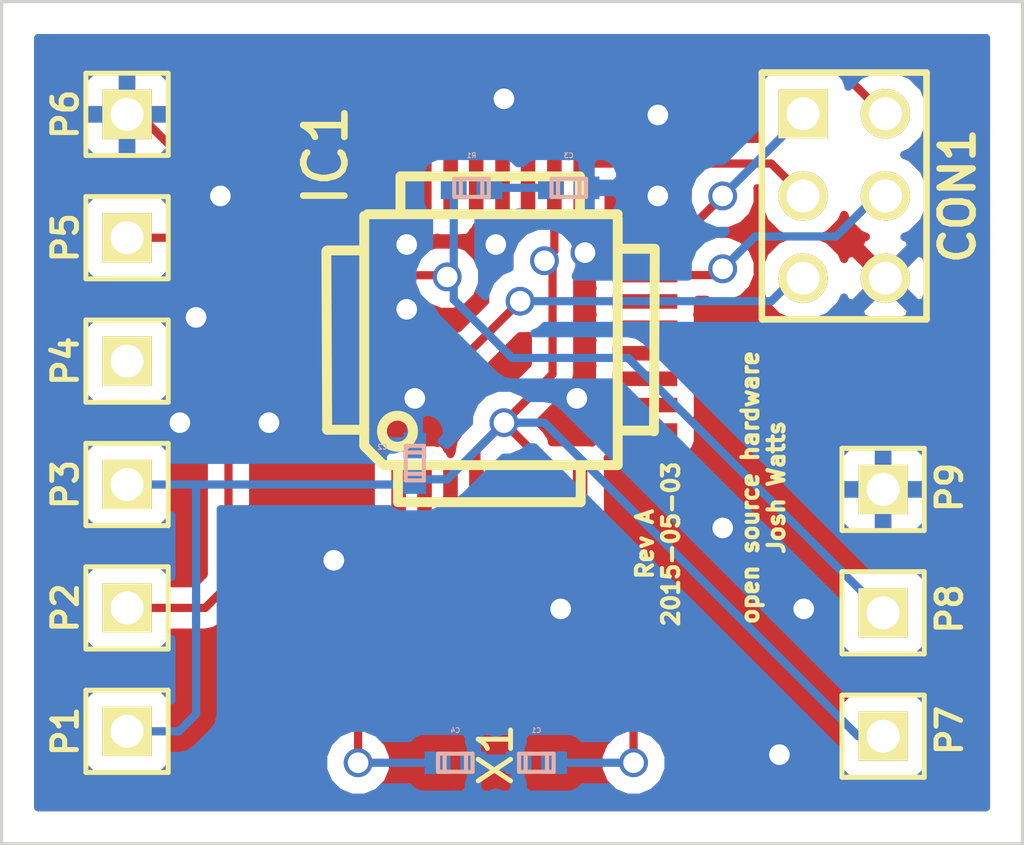
<source format=kicad_pcb>
(kicad_pcb (version 3) (host pcbnew "(2013-may-18)-stable")

  (general
    (links 30)
    (no_connects 1)
    (area 13.949999 13.699999 45.550001 39.800001)
    (thickness 1.6)
    (drawings 6)
    (tracks 143)
    (zones 0)
    (modules 17)
    (nets 12)
  )

  (page A3)
  (layers
    (15 F.Cu signal)
    (0 B.Cu signal hide)
    (16 B.Adhes user hide)
    (17 F.Adhes user hide)
    (18 B.Paste user hide)
    (19 F.Paste user hide)
    (20 B.SilkS user)
    (21 F.SilkS user)
    (22 B.Mask user)
    (23 F.Mask user)
    (24 Dwgs.User user)
    (25 Cmts.User user)
    (26 Eco1.User user)
    (27 Eco2.User user)
    (28 Edge.Cuts user)
  )

  (setup
    (last_trace_width 0.254)
    (trace_clearance 0.254)
    (zone_clearance 0.508)
    (zone_45_only no)
    (trace_min 0.254)
    (segment_width 0.2)
    (edge_width 0.1)
    (via_size 0.889)
    (via_drill 0.635)
    (via_min_size 0.889)
    (via_min_drill 0.508)
    (uvia_size 0.508)
    (uvia_drill 0.127)
    (uvias_allowed no)
    (uvia_min_size 0.508)
    (uvia_min_drill 0.127)
    (pcb_text_width 0.3)
    (pcb_text_size 1.5 1.5)
    (mod_edge_width 0.15)
    (mod_text_size 1 1)
    (mod_text_width 0.15)
    (pad_size 5.5 1.5)
    (pad_drill 0)
    (pad_to_mask_clearance 0)
    (aux_axis_origin 0 0)
    (visible_elements FFFFEFBF)
    (pcbplotparams
      (layerselection 284196865)
      (usegerberextensions true)
      (excludeedgelayer true)
      (linewidth 0.150000)
      (plotframeref false)
      (viasonmask false)
      (mode 1)
      (useauxorigin false)
      (hpglpennumber 1)
      (hpglpenspeed 20)
      (hpglpendiameter 15)
      (hpglpenoverlay 2)
      (psnegative false)
      (psa4output false)
      (plotreference true)
      (plotvalue true)
      (plotothertext true)
      (plotinvisibletext false)
      (padsonsilk false)
      (subtractmaskfromsilk false)
      (outputformat 1)
      (mirror false)
      (drillshape 0)
      (scaleselection 1)
      (outputdirectory RevA/))
  )

  (net 0 "")
  (net 1 +3.3V)
  (net 2 /GC_N64_DATA)
  (net 3 /MISO)
  (net 4 /MOSI)
  (net 5 /RESETn)
  (net 6 /SCK)
  (net 7 /SCL)
  (net 8 /SDA)
  (net 9 GND)
  (net 10 N-000001)
  (net 11 N-000007)

  (net_class Default "This is the default net class."
    (clearance 0.254)
    (trace_width 0.254)
    (via_dia 0.889)
    (via_drill 0.635)
    (uvia_dia 0.508)
    (uvia_drill 0.127)
    (add_net "")
    (add_net +3.3V)
    (add_net /GC_N64_DATA)
    (add_net /MISO)
    (add_net /MOSI)
    (add_net /RESETn)
    (add_net /SCK)
    (add_net /SCL)
    (add_net /SDA)
    (add_net GND)
    (add_net N-000001)
    (add_net N-000007)
  )

  (module pin_array_3x2 (layer F.Cu) (tedit 554656B8) (tstamp 55464475)
    (at 40 19.75 270)
    (descr "Double rangee de contacts 2 x 4 pins")
    (tags CONN)
    (path /554635E6)
    (fp_text reference CON1 (at 0 -3.5 270) (layer F.SilkS)
      (effects (font (size 1.016 1.016) (thickness 0.2032)))
    )
    (fp_text value CONN_3X2 (at 0 3.81 270) (layer F.SilkS) hide
      (effects (font (size 1.016 1.016) (thickness 0.2032)))
    )
    (fp_line (start 3.81 2.54) (end -3.81 2.54) (layer F.SilkS) (width 0.2032))
    (fp_line (start -3.81 -2.54) (end 3.81 -2.54) (layer F.SilkS) (width 0.2032))
    (fp_line (start 3.81 -2.54) (end 3.81 2.54) (layer F.SilkS) (width 0.2032))
    (fp_line (start -3.81 2.54) (end -3.81 -2.54) (layer F.SilkS) (width 0.2032))
    (pad 1 thru_hole rect (at -2.54 1.27 270) (size 1.524 1.524) (drill 1.016)
      (layers *.Cu *.Mask F.SilkS)
      (net 3 /MISO)
    )
    (pad 2 thru_hole circle (at -2.54 -1.27 270) (size 1.524 1.524) (drill 1.016)
      (layers *.Cu *.Mask F.SilkS)
      (net 1 +3.3V)
    )
    (pad 3 thru_hole circle (at 0 1.27 270) (size 1.524 1.524) (drill 1.016)
      (layers *.Cu *.Mask F.SilkS)
      (net 6 /SCK)
    )
    (pad 4 thru_hole circle (at 0 -1.27 270) (size 1.524 1.524) (drill 1.016)
      (layers *.Cu *.Mask F.SilkS)
      (net 4 /MOSI)
    )
    (pad 5 thru_hole circle (at 2.54 1.27 270) (size 1.524 1.524) (drill 1.016)
      (layers *.Cu *.Mask F.SilkS)
      (net 5 /RESETn)
    )
    (pad 6 thru_hole circle (at 2.54 -1.27 270) (size 1.524 1.524) (drill 1.016)
      (layers *.Cu *.Mask F.SilkS)
      (net 9 GND)
    )
    (model pin_array/pins_array_3x2.wrl
      (at (xyz 0 0 0))
      (scale (xyz 1 1 1))
      (rotate (xyz 0 0 0))
    )
  )

  (module PIN_ARRAY_1 (layer F.Cu) (tedit 5546568D) (tstamp 5546447E)
    (at 41.2 36.43 90)
    (descr "1 pin")
    (tags "CONN DEV")
    (path /55463D20)
    (fp_text reference P7 (at 0.18 2.05 90) (layer F.SilkS)
      (effects (font (size 0.762 0.762) (thickness 0.1524)))
    )
    (fp_text value CONN_1 (at 0 -1.905 90) (layer F.SilkS) hide
      (effects (font (size 0.762 0.762) (thickness 0.1524)))
    )
    (fp_line (start 1.27 1.27) (end -1.27 1.27) (layer F.SilkS) (width 0.1524))
    (fp_line (start -1.27 -1.27) (end 1.27 -1.27) (layer F.SilkS) (width 0.1524))
    (fp_line (start -1.27 1.27) (end -1.27 -1.27) (layer F.SilkS) (width 0.1524))
    (fp_line (start 1.27 -1.27) (end 1.27 1.27) (layer F.SilkS) (width 0.1524))
    (pad 1 thru_hole rect (at 0 0 90) (size 1.524 1.524) (drill 1.016)
      (layers *.Cu *.Mask F.SilkS)
      (net 1 +3.3V)
    )
    (model pin_array\pin_1.wrl
      (at (xyz 0 0 0))
      (scale (xyz 1 1 1))
      (rotate (xyz 0 0 0))
    )
  )

  (module PIN_ARRAY_1 (layer F.Cu) (tedit 4E4E744E) (tstamp 55464487)
    (at 17.87 17.23 90)
    (descr "1 pin")
    (tags "CONN DEV")
    (path /55463F14)
    (fp_text reference P6 (at 0 -1.905 90) (layer F.SilkS)
      (effects (font (size 0.762 0.762) (thickness 0.1524)))
    )
    (fp_text value CONN_1 (at 0 -1.905 90) (layer F.SilkS) hide
      (effects (font (size 0.762 0.762) (thickness 0.1524)))
    )
    (fp_line (start 1.27 1.27) (end -1.27 1.27) (layer F.SilkS) (width 0.1524))
    (fp_line (start -1.27 -1.27) (end 1.27 -1.27) (layer F.SilkS) (width 0.1524))
    (fp_line (start -1.27 1.27) (end -1.27 -1.27) (layer F.SilkS) (width 0.1524))
    (fp_line (start 1.27 -1.27) (end 1.27 1.27) (layer F.SilkS) (width 0.1524))
    (pad 1 thru_hole rect (at 0 0 90) (size 1.524 1.524) (drill 1.016)
      (layers *.Cu *.Mask F.SilkS)
      (net 9 GND)
    )
    (model pin_array\pin_1.wrl
      (at (xyz 0 0 0))
      (scale (xyz 1 1 1))
      (rotate (xyz 0 0 0))
    )
  )

  (module PIN_ARRAY_1 (layer F.Cu) (tedit 4E4E744E) (tstamp 55464490)
    (at 17.87 21.04 90)
    (descr "1 pin")
    (tags "CONN DEV")
    (path /55463ED6)
    (fp_text reference P5 (at 0 -1.905 90) (layer F.SilkS)
      (effects (font (size 0.762 0.762) (thickness 0.1524)))
    )
    (fp_text value CONN_1 (at 0 -1.905 90) (layer F.SilkS) hide
      (effects (font (size 0.762 0.762) (thickness 0.1524)))
    )
    (fp_line (start 1.27 1.27) (end -1.27 1.27) (layer F.SilkS) (width 0.1524))
    (fp_line (start -1.27 -1.27) (end 1.27 -1.27) (layer F.SilkS) (width 0.1524))
    (fp_line (start -1.27 1.27) (end -1.27 -1.27) (layer F.SilkS) (width 0.1524))
    (fp_line (start 1.27 -1.27) (end 1.27 1.27) (layer F.SilkS) (width 0.1524))
    (pad 1 thru_hole rect (at 0 0 90) (size 1.524 1.524) (drill 1.016)
      (layers *.Cu *.Mask F.SilkS)
      (net 8 /SDA)
    )
    (model pin_array\pin_1.wrl
      (at (xyz 0 0 0))
      (scale (xyz 1 1 1))
      (rotate (xyz 0 0 0))
    )
  )

  (module PIN_ARRAY_1 (layer F.Cu) (tedit 4E4E744E) (tstamp 55464499)
    (at 17.87 24.85 90)
    (descr "1 pin")
    (tags "CONN DEV")
    (path /55463ED0)
    (fp_text reference P4 (at 0 -1.905 90) (layer F.SilkS)
      (effects (font (size 0.762 0.762) (thickness 0.1524)))
    )
    (fp_text value CONN_1 (at 0 -1.905 90) (layer F.SilkS) hide
      (effects (font (size 0.762 0.762) (thickness 0.1524)))
    )
    (fp_line (start 1.27 1.27) (end -1.27 1.27) (layer F.SilkS) (width 0.1524))
    (fp_line (start -1.27 -1.27) (end 1.27 -1.27) (layer F.SilkS) (width 0.1524))
    (fp_line (start -1.27 1.27) (end -1.27 -1.27) (layer F.SilkS) (width 0.1524))
    (fp_line (start 1.27 -1.27) (end 1.27 1.27) (layer F.SilkS) (width 0.1524))
    (pad 1 thru_hole rect (at 0 0 90) (size 1.524 1.524) (drill 1.016)
      (layers *.Cu *.Mask F.SilkS)
    )
    (model pin_array\pin_1.wrl
      (at (xyz 0 0 0))
      (scale (xyz 1 1 1))
      (rotate (xyz 0 0 0))
    )
  )

  (module PIN_ARRAY_1 (layer F.Cu) (tedit 4E4E744E) (tstamp 554644A2)
    (at 17.87 28.66 90)
    (descr "1 pin")
    (tags "CONN DEV")
    (path /55463ECA)
    (fp_text reference P3 (at 0 -1.905 90) (layer F.SilkS)
      (effects (font (size 0.762 0.762) (thickness 0.1524)))
    )
    (fp_text value CONN_1 (at 0 -1.905 90) (layer F.SilkS) hide
      (effects (font (size 0.762 0.762) (thickness 0.1524)))
    )
    (fp_line (start 1.27 1.27) (end -1.27 1.27) (layer F.SilkS) (width 0.1524))
    (fp_line (start -1.27 -1.27) (end 1.27 -1.27) (layer F.SilkS) (width 0.1524))
    (fp_line (start -1.27 1.27) (end -1.27 -1.27) (layer F.SilkS) (width 0.1524))
    (fp_line (start 1.27 -1.27) (end 1.27 1.27) (layer F.SilkS) (width 0.1524))
    (pad 1 thru_hole rect (at 0 0 90) (size 1.524 1.524) (drill 1.016)
      (layers *.Cu *.Mask F.SilkS)
      (net 1 +3.3V)
    )
    (model pin_array\pin_1.wrl
      (at (xyz 0 0 0))
      (scale (xyz 1 1 1))
      (rotate (xyz 0 0 0))
    )
  )

  (module PIN_ARRAY_1 (layer F.Cu) (tedit 4E4E744E) (tstamp 554644AB)
    (at 17.87 32.47 90)
    (descr "1 pin")
    (tags "CONN DEV")
    (path /55463EC4)
    (fp_text reference P2 (at 0 -1.905 90) (layer F.SilkS)
      (effects (font (size 0.762 0.762) (thickness 0.1524)))
    )
    (fp_text value CONN_1 (at 0 -1.905 90) (layer F.SilkS) hide
      (effects (font (size 0.762 0.762) (thickness 0.1524)))
    )
    (fp_line (start 1.27 1.27) (end -1.27 1.27) (layer F.SilkS) (width 0.1524))
    (fp_line (start -1.27 -1.27) (end 1.27 -1.27) (layer F.SilkS) (width 0.1524))
    (fp_line (start -1.27 1.27) (end -1.27 -1.27) (layer F.SilkS) (width 0.1524))
    (fp_line (start 1.27 -1.27) (end 1.27 1.27) (layer F.SilkS) (width 0.1524))
    (pad 1 thru_hole rect (at 0 0 90) (size 1.524 1.524) (drill 1.016)
      (layers *.Cu *.Mask F.SilkS)
      (net 7 /SCL)
    )
    (model pin_array\pin_1.wrl
      (at (xyz 0 0 0))
      (scale (xyz 1 1 1))
      (rotate (xyz 0 0 0))
    )
  )

  (module PIN_ARRAY_1 (layer F.Cu) (tedit 4E4E744E) (tstamp 554644B4)
    (at 17.87 36.28 90)
    (descr "1 pin")
    (tags "CONN DEV")
    (path /55463EBE)
    (fp_text reference P1 (at 0 -1.905 90) (layer F.SilkS)
      (effects (font (size 0.762 0.762) (thickness 0.1524)))
    )
    (fp_text value CONN_1 (at 0 -1.905 90) (layer F.SilkS) hide
      (effects (font (size 0.762 0.762) (thickness 0.1524)))
    )
    (fp_line (start 1.27 1.27) (end -1.27 1.27) (layer F.SilkS) (width 0.1524))
    (fp_line (start -1.27 -1.27) (end 1.27 -1.27) (layer F.SilkS) (width 0.1524))
    (fp_line (start -1.27 1.27) (end -1.27 -1.27) (layer F.SilkS) (width 0.1524))
    (fp_line (start 1.27 -1.27) (end 1.27 1.27) (layer F.SilkS) (width 0.1524))
    (pad 1 thru_hole rect (at 0 0 90) (size 1.524 1.524) (drill 1.016)
      (layers *.Cu *.Mask F.SilkS)
      (net 1 +3.3V)
    )
    (model pin_array\pin_1.wrl
      (at (xyz 0 0 0))
      (scale (xyz 1 1 1))
      (rotate (xyz 0 0 0))
    )
  )

  (module PIN_ARRAY_1 (layer F.Cu) (tedit 55465688) (tstamp 554644BD)
    (at 41.2 28.81 90)
    (descr "1 pin")
    (tags "CONN DEV")
    (path /55463D86)
    (fp_text reference P9 (at 0.06 2.05 90) (layer F.SilkS)
      (effects (font (size 0.762 0.762) (thickness 0.1524)))
    )
    (fp_text value CONN_1 (at 0 -1.905 90) (layer F.SilkS) hide
      (effects (font (size 0.762 0.762) (thickness 0.1524)))
    )
    (fp_line (start 1.27 1.27) (end -1.27 1.27) (layer F.SilkS) (width 0.1524))
    (fp_line (start -1.27 -1.27) (end 1.27 -1.27) (layer F.SilkS) (width 0.1524))
    (fp_line (start -1.27 1.27) (end -1.27 -1.27) (layer F.SilkS) (width 0.1524))
    (fp_line (start 1.27 -1.27) (end 1.27 1.27) (layer F.SilkS) (width 0.1524))
    (pad 1 thru_hole rect (at 0 0 90) (size 1.524 1.524) (drill 1.016)
      (layers *.Cu *.Mask F.SilkS)
      (net 9 GND)
    )
    (model pin_array\pin_1.wrl
      (at (xyz 0 0 0))
      (scale (xyz 1 1 1))
      (rotate (xyz 0 0 0))
    )
  )

  (module PIN_ARRAY_1 (layer F.Cu) (tedit 5546568B) (tstamp 554644C6)
    (at 41.2 32.62 90)
    (descr "1 pin")
    (tags "CONN DEV")
    (path /55463D80)
    (fp_text reference P8 (at 0.12 2.05 90) (layer F.SilkS)
      (effects (font (size 0.762 0.762) (thickness 0.1524)))
    )
    (fp_text value CONN_1 (at 0 -1.905 90) (layer F.SilkS) hide
      (effects (font (size 0.762 0.762) (thickness 0.1524)))
    )
    (fp_line (start 1.27 1.27) (end -1.27 1.27) (layer F.SilkS) (width 0.1524))
    (fp_line (start -1.27 -1.27) (end 1.27 -1.27) (layer F.SilkS) (width 0.1524))
    (fp_line (start -1.27 1.27) (end -1.27 -1.27) (layer F.SilkS) (width 0.1524))
    (fp_line (start 1.27 -1.27) (end 1.27 1.27) (layer F.SilkS) (width 0.1524))
    (pad 1 thru_hole rect (at 0 0 90) (size 1.524 1.524) (drill 1.016)
      (layers *.Cu *.Mask F.SilkS)
      (net 2 /GC_N64_DATA)
    )
    (model pin_array\pin_1.wrl
      (at (xyz 0 0 0))
      (scale (xyz 1 1 1))
      (rotate (xyz 0 0 0))
    )
  )

  (module CRYSTAL_4.88 (layer F.Cu) (tedit 55465820) (tstamp 554644CC)
    (at 29.25 35 180)
    (path /554632DB)
    (fp_text reference X1 (at 0 -2 270) (layer F.SilkS)
      (effects (font (size 1 1) (thickness 0.15)))
    )
    (fp_text value "" (at 0 0 180) (layer F.SilkS)
      (effects (font (size 1 1) (thickness 0.15)))
    )
    (pad 1 smd rect (at -4.25 0 180) (size 5.5 1.5)
      (layers F.Cu F.Paste F.Mask)
      (net 11 N-000007)
    )
    (pad 2 smd rect (at 4.25 0 180) (size 5.5 1.5)
      (layers F.Cu F.Paste F.Mask)
      (net 10 N-000001)
    )
  )

  (module c_0402 (layer B.Cu) (tedit 55465716) (tstamp 554644D8)
    (at 28.5 19.5)
    (descr "SMT capacitor, 0402")
    (path /554639C4)
    (fp_text reference R1 (at 0 -1) (layer B.SilkS)
      (effects (font (size 0.1524 0.1524) (thickness 0.03048)) (justify mirror))
    )
    (fp_text value 1.5K (at 0 -0.4826) (layer B.SilkS) hide
      (effects (font (size 0.1524 0.1524) (thickness 0.03048)) (justify mirror))
    )
    (fp_line (start 0.3302 0.2794) (end 0.3302 -0.2794) (layer B.SilkS) (width 0.127))
    (fp_line (start -0.3302 0.2794) (end -0.3302 -0.2794) (layer B.SilkS) (width 0.127))
    (fp_line (start -0.5334 0.2794) (end -0.5334 -0.2794) (layer B.SilkS) (width 0.127))
    (fp_line (start -0.5334 -0.2794) (end 0.5334 -0.2794) (layer B.SilkS) (width 0.127))
    (fp_line (start 0.5334 -0.2794) (end 0.5334 0.2794) (layer B.SilkS) (width 0.127))
    (fp_line (start 0.5334 0.2794) (end -0.5334 0.2794) (layer B.SilkS) (width 0.127))
    (pad 1 smd rect (at 0.54864 0) (size 0.8001 0.6985)
      (layers B.Cu B.Paste B.Mask)
      (net 1 +3.3V)
    )
    (pad 2 smd rect (at -0.54864 0) (size 0.8001 0.6985)
      (layers B.Cu B.Paste B.Mask)
      (net 2 /GC_N64_DATA)
    )
    (model smd/capacitors/c_0402.wrl
      (at (xyz 0 0 0))
      (scale (xyz 1 1 1))
      (rotate (xyz 0 0 0))
    )
  )

  (module c_0402 (layer B.Cu) (tedit 55465721) (tstamp 554644E4)
    (at 26.75 28 270)
    (descr "SMT capacitor, 0402")
    (path /55463721)
    (fp_text reference C2 (at -0.5 1 360) (layer B.SilkS)
      (effects (font (size 0.1524 0.1524) (thickness 0.03048)) (justify mirror))
    )
    (fp_text value 0.1uF (at 0 -0.4826 270) (layer B.SilkS) hide
      (effects (font (size 0.1524 0.1524) (thickness 0.03048)) (justify mirror))
    )
    (fp_line (start 0.3302 0.2794) (end 0.3302 -0.2794) (layer B.SilkS) (width 0.127))
    (fp_line (start -0.3302 0.2794) (end -0.3302 -0.2794) (layer B.SilkS) (width 0.127))
    (fp_line (start -0.5334 0.2794) (end -0.5334 -0.2794) (layer B.SilkS) (width 0.127))
    (fp_line (start -0.5334 -0.2794) (end 0.5334 -0.2794) (layer B.SilkS) (width 0.127))
    (fp_line (start 0.5334 -0.2794) (end 0.5334 0.2794) (layer B.SilkS) (width 0.127))
    (fp_line (start 0.5334 0.2794) (end -0.5334 0.2794) (layer B.SilkS) (width 0.127))
    (pad 1 smd rect (at 0.54864 0 270) (size 0.8001 0.6985)
      (layers B.Cu B.Paste B.Mask)
      (net 1 +3.3V)
    )
    (pad 2 smd rect (at -0.54864 0 270) (size 0.8001 0.6985)
      (layers B.Cu B.Paste B.Mask)
      (net 9 GND)
    )
    (model smd/capacitors/c_0402.wrl
      (at (xyz 0 0 0))
      (scale (xyz 1 1 1))
      (rotate (xyz 0 0 0))
    )
  )

  (module c_0402 (layer B.Cu) (tedit 55465719) (tstamp 554644F0)
    (at 31.5 19.5 180)
    (descr "SMT capacitor, 0402")
    (path /55463714)
    (fp_text reference C3 (at 0 1 180) (layer B.SilkS)
      (effects (font (size 0.1524 0.1524) (thickness 0.03048)) (justify mirror))
    )
    (fp_text value 0.1uF (at 0 -0.4826 180) (layer B.SilkS) hide
      (effects (font (size 0.1524 0.1524) (thickness 0.03048)) (justify mirror))
    )
    (fp_line (start 0.3302 0.2794) (end 0.3302 -0.2794) (layer B.SilkS) (width 0.127))
    (fp_line (start -0.3302 0.2794) (end -0.3302 -0.2794) (layer B.SilkS) (width 0.127))
    (fp_line (start -0.5334 0.2794) (end -0.5334 -0.2794) (layer B.SilkS) (width 0.127))
    (fp_line (start -0.5334 -0.2794) (end 0.5334 -0.2794) (layer B.SilkS) (width 0.127))
    (fp_line (start 0.5334 -0.2794) (end 0.5334 0.2794) (layer B.SilkS) (width 0.127))
    (fp_line (start 0.5334 0.2794) (end -0.5334 0.2794) (layer B.SilkS) (width 0.127))
    (pad 1 smd rect (at 0.54864 0 180) (size 0.8001 0.6985)
      (layers B.Cu B.Paste B.Mask)
      (net 1 +3.3V)
    )
    (pad 2 smd rect (at -0.54864 0 180) (size 0.8001 0.6985)
      (layers B.Cu B.Paste B.Mask)
      (net 9 GND)
    )
    (model smd/capacitors/c_0402.wrl
      (at (xyz 0 0 0))
      (scale (xyz 1 1 1))
      (rotate (xyz 0 0 0))
    )
  )

  (module c_0402 (layer B.Cu) (tedit 55465700) (tstamp 554644FC)
    (at 28 37.25 180)
    (descr "SMT capacitor, 0402")
    (path /554634C6)
    (fp_text reference C4 (at 0 1 180) (layer B.SilkS)
      (effects (font (size 0.1524 0.1524) (thickness 0.03048)) (justify mirror))
    )
    (fp_text value 18pF (at 0 -0.4826 180) (layer B.SilkS) hide
      (effects (font (size 0.1524 0.1524) (thickness 0.03048)) (justify mirror))
    )
    (fp_line (start 0.3302 0.2794) (end 0.3302 -0.2794) (layer B.SilkS) (width 0.127))
    (fp_line (start -0.3302 0.2794) (end -0.3302 -0.2794) (layer B.SilkS) (width 0.127))
    (fp_line (start -0.5334 0.2794) (end -0.5334 -0.2794) (layer B.SilkS) (width 0.127))
    (fp_line (start -0.5334 -0.2794) (end 0.5334 -0.2794) (layer B.SilkS) (width 0.127))
    (fp_line (start 0.5334 -0.2794) (end 0.5334 0.2794) (layer B.SilkS) (width 0.127))
    (fp_line (start 0.5334 0.2794) (end -0.5334 0.2794) (layer B.SilkS) (width 0.127))
    (pad 1 smd rect (at 0.54864 0 180) (size 0.8001 0.6985)
      (layers B.Cu B.Paste B.Mask)
      (net 10 N-000001)
    )
    (pad 2 smd rect (at -0.54864 0 180) (size 0.8001 0.6985)
      (layers B.Cu B.Paste B.Mask)
      (net 9 GND)
    )
    (model smd/capacitors/c_0402.wrl
      (at (xyz 0 0 0))
      (scale (xyz 1 1 1))
      (rotate (xyz 0 0 0))
    )
  )

  (module c_0402 (layer B.Cu) (tedit 554656FB) (tstamp 55464508)
    (at 30.5 37.25)
    (descr "SMT capacitor, 0402")
    (path /554634B7)
    (fp_text reference C1 (at 0 -1) (layer B.SilkS)
      (effects (font (size 0.1524 0.1524) (thickness 0.03048)) (justify mirror))
    )
    (fp_text value 18pF (at 0 -0.4826) (layer B.SilkS) hide
      (effects (font (size 0.1524 0.1524) (thickness 0.03048)) (justify mirror))
    )
    (fp_line (start 0.3302 0.2794) (end 0.3302 -0.2794) (layer B.SilkS) (width 0.127))
    (fp_line (start -0.3302 0.2794) (end -0.3302 -0.2794) (layer B.SilkS) (width 0.127))
    (fp_line (start -0.5334 0.2794) (end -0.5334 -0.2794) (layer B.SilkS) (width 0.127))
    (fp_line (start -0.5334 -0.2794) (end 0.5334 -0.2794) (layer B.SilkS) (width 0.127))
    (fp_line (start 0.5334 -0.2794) (end 0.5334 0.2794) (layer B.SilkS) (width 0.127))
    (fp_line (start 0.5334 0.2794) (end -0.5334 0.2794) (layer B.SilkS) (width 0.127))
    (pad 1 smd rect (at 0.54864 0) (size 0.8001 0.6985)
      (layers B.Cu B.Paste B.Mask)
      (net 11 N-000007)
    )
    (pad 2 smd rect (at -0.54864 0) (size 0.8001 0.6985)
      (layers B.Cu B.Paste B.Mask)
      (net 9 GND)
    )
    (model smd/capacitors/c_0402.wrl
      (at (xyz 0 0 0))
      (scale (xyz 1 1 1))
      (rotate (xyz 0 0 0))
    )
  )

  (module TQFP32_08 (layer F.Cu) (tedit 55465818) (tstamp 55464615)
    (at 32.25 21 90)
    (path /5546316C)
    (fp_text reference IC1 (at 2.5 -8.25 90) (layer F.SilkS)
      (effects (font (size 1.27 1.27) (thickness 0.2032)))
    )
    (fp_text value "" (at 0 0 90) (layer F.SilkS)
      (effects (font (size 1.27 1.27) (thickness 0.2032)))
    )
    (fp_line (start 1.8542 -0.4064) (end 0.7112 -0.4064) (layer F.SilkS) (width 0.3048))
    (fp_line (start 1.8542 -5.9436) (end 0.7366 -5.9436) (layer F.SilkS) (width 0.3048))
    (fp_line (start 1.8542 -0.4064) (end 1.8542 -5.9436) (layer F.SilkS) (width 0.3048))
    (fp_line (start -0.381 0.7874) (end -0.381 1.8796) (layer F.SilkS) (width 0.3048))
    (fp_line (start -5.9944 0.8128) (end -5.9944 1.8796) (layer F.SilkS) (width 0.3048))
    (fp_line (start -6.0198 1.8796) (end -0.381 1.905) (layer F.SilkS) (width 0.3048))
    (fp_line (start -5.969 -8.2042) (end -0.4572 -8.2296) (layer F.SilkS) (width 0.3048))
    (fp_line (start -7.0612 -6.4516) (end -7.0612 0.7366) (layer F.SilkS) (width 0.3048))
    (fp_line (start -0.4318 -8.2042) (end -0.4318 -7.1628) (layer F.SilkS) (width 0.3048))
    (fp_line (start -6.4262 -7.0612) (end 0.635 -7.0612) (layer F.SilkS) (width 0.3048))
    (fp_line (start 0.6858 0.762) (end 0.6858 -6.9596) (layer F.SilkS) (width 0.3048))
    (fp_line (start -7.0612 0.762) (end 0.5588 0.762) (layer F.SilkS) (width 0.3048))
    (fp_line (start -8.2042 -6.0198) (end -8.2042 -0.381) (layer F.SilkS) (width 0.3048))
    (fp_line (start -8.2042 -0.381) (end -7.0612 -0.381) (layer F.SilkS) (width 0.3048))
    (fp_line (start -7.05104 -6.477) (end -6.46684 -7.0612) (layer F.SilkS) (width 0.3048))
    (fp_line (start -8.19912 -6.0198) (end -7.05104 -6.0198) (layer F.SilkS) (width 0.3048))
    (fp_line (start -5.969 -7.0612) (end -5.969 -8.20928) (layer F.SilkS) (width 0.3048))
    (fp_circle (center -6.01472 -6.03504) (end -5.60832 -5.78104) (layer F.SilkS) (width 0.3048))
    (pad 8 smd rect (at -7.99084 -0.39878 90) (size 1.99898 0.44958)
      (layers F.Cu F.Paste F.Mask)
      (net 11 N-000007)
    )
    (pad 7 smd rect (at -7.99084 -1.19888 90) (size 1.99898 0.44958)
      (layers F.Cu F.Paste F.Mask)
      (net 10 N-000001)
    )
    (pad 6 smd rect (at -7.99084 -1.99898 90) (size 1.99898 0.44958)
      (layers F.Cu F.Paste F.Mask)
      (net 1 +3.3V)
    )
    (pad 5 smd rect (at -7.99084 -2.79908 90) (size 1.99898 0.44958)
      (layers F.Cu F.Paste F.Mask)
      (net 9 GND)
    )
    (pad 4 smd rect (at -7.99084 -3.59918 90) (size 1.99898 0.44958)
      (layers F.Cu F.Paste F.Mask)
      (net 1 +3.3V)
    )
    (pad 3 smd rect (at -7.99084 -4.39928 90) (size 1.99898 0.44958)
      (layers F.Cu F.Paste F.Mask)
      (net 9 GND)
    )
    (pad 2 smd rect (at -7.99084 -5.19938 90) (size 1.99898 0.44958)
      (layers F.Cu F.Paste F.Mask)
    )
    (pad 1 smd rect (at -7.99084 -5.99948 90) (size 1.99898 0.44958)
      (layers F.Cu F.Paste F.Mask)
    )
    (pad 24 smd rect (at 1.5748 -5.9944 90) (size 1.99898 0.44958)
      (layers F.Cu F.Paste F.Mask)
    )
    (pad 17 smd rect (at 1.5748 -0.381 90) (size 1.99898 0.44958)
      (layers F.Cu F.Paste F.Mask)
      (net 6 /SCK)
    )
    (pad 18 smd rect (at 1.5748 -1.1938 90) (size 1.99898 0.44958)
      (layers F.Cu F.Paste F.Mask)
      (net 1 +3.3V)
    )
    (pad 19 smd rect (at 1.5748 -2.0066 90) (size 1.99898 0.44958)
      (layers F.Cu F.Paste F.Mask)
    )
    (pad 20 smd rect (at 1.5748 -2.794 90) (size 1.99898 0.44958)
      (layers F.Cu F.Paste F.Mask)
    )
    (pad 21 smd rect (at 1.5748 -3.6068 90) (size 1.99898 0.44958)
      (layers F.Cu F.Paste F.Mask)
      (net 9 GND)
    )
    (pad 22 smd rect (at 1.5748 -4.3942 90) (size 1.99898 0.44958)
      (layers F.Cu F.Paste F.Mask)
    )
    (pad 23 smd rect (at 1.5748 -5.207 90) (size 1.99898 0.44958)
      (layers F.Cu F.Paste F.Mask)
    )
    (pad 32 smd rect (at -5.99948 -8.001 90) (size 0.44958 1.99898)
      (layers F.Cu F.Paste F.Mask)
    )
    (pad 31 smd rect (at -5.20192 -8.001 90) (size 0.44958 1.99898)
      (layers F.Cu F.Paste F.Mask)
    )
    (pad 30 smd rect (at -4.39928 -8.001 90) (size 0.44958 1.99898)
      (layers F.Cu F.Paste F.Mask)
    )
    (pad 29 smd rect (at -3.60172 -8.001 90) (size 0.44958 1.99898)
      (layers F.Cu F.Paste F.Mask)
      (net 5 /RESETn)
    )
    (pad 28 smd rect (at -2.79908 -8.001 90) (size 0.44958 1.99898)
      (layers F.Cu F.Paste F.Mask)
      (net 7 /SCL)
    )
    (pad 27 smd rect (at -2.00152 -8.001 90) (size 0.44958 1.99898)
      (layers F.Cu F.Paste F.Mask)
      (net 8 /SDA)
    )
    (pad 26 smd rect (at -1.19888 -8.001 90) (size 0.44958 1.99898)
      (layers F.Cu F.Paste F.Mask)
      (net 2 /GC_N64_DATA)
    )
    (pad 25 smd rect (at -0.40132 -8.001 90) (size 0.44958 1.99898)
      (layers F.Cu F.Paste F.Mask)
    )
    (pad 9 smd rect (at -5.9944 1.6002 90) (size 0.44958 1.99898)
      (layers F.Cu F.Paste F.Mask)
    )
    (pad 10 smd rect (at -5.207 1.6002 90) (size 0.44958 1.99898)
      (layers F.Cu F.Paste F.Mask)
    )
    (pad 11 smd rect (at -4.3942 1.6002 90) (size 0.44958 1.99898)
      (layers F.Cu F.Paste F.Mask)
    )
    (pad 12 smd rect (at -3.6068 1.6002 90) (size 0.44958 1.99898)
      (layers F.Cu F.Paste F.Mask)
    )
    (pad 13 smd rect (at -2.8194 1.6002 90) (size 0.44958 1.99898)
      (layers F.Cu F.Paste F.Mask)
    )
    (pad 14 smd rect (at -2.0066 1.6002 90) (size 0.44958 1.99898)
      (layers F.Cu F.Paste F.Mask)
    )
    (pad 15 smd rect (at -1.1938 1.6002 90) (size 0.44958 1.99898)
      (layers F.Cu F.Paste F.Mask)
      (net 4 /MOSI)
    )
    (pad 16 smd rect (at -0.381 1.6002 90) (size 0.44958 1.99898)
      (layers F.Cu F.Paste F.Mask)
      (net 3 /MISO)
    )
  )

  (gr_text "Rev A\n2015-05-03" (at 34.25 30.5 90) (layer F.SilkS)
    (effects (font (size 0.5 0.5) (thickness 0.125)))
  )
  (gr_text "open source hardware\nJosh Watts" (at 37.5 28.75 90) (layer F.SilkS)
    (effects (font (size 0.5 0.5) (thickness 0.125)))
  )
  (gr_line (start 14 13.75) (end 14 39.75) (angle 90) (layer Edge.Cuts) (width 0.1))
  (gr_line (start 45.5 13.75) (end 14 13.75) (angle 90) (layer Edge.Cuts) (width 0.1))
  (gr_line (start 45.5 39.75) (end 45.5 13.75) (angle 90) (layer Edge.Cuts) (width 0.1))
  (gr_line (start 14 39.75) (end 45.5 39.75) (angle 90) (layer Edge.Cuts) (width 0.1))

  (segment (start 17.87 36.28) (end 19.47 36.28) (width 0.254) (layer B.Cu) (net 1) (status 10))
  (segment (start 20 35.75) (end 20 28.66) (width 0.254) (layer B.Cu) (net 1) (tstamp 55465654))
  (segment (start 19.47 36.28) (end 20 35.75) (width 0.254) (layer B.Cu) (net 1) (tstamp 5546564D))
  (segment (start 17.87 28.66) (end 20 28.66) (width 0.254) (layer B.Cu) (net 1) (status 10))
  (segment (start 20 28.66) (end 26.63864 28.66) (width 0.254) (layer B.Cu) (net 1) (tstamp 55465504) (status 20))
  (segment (start 26.63864 28.66) (end 26.75 28.54864) (width 0.254) (layer B.Cu) (net 1) (tstamp 554654EF) (status 30))
  (segment (start 31.0562 19.4252) (end 31.0562 21.4438) (width 0.254) (layer F.Cu) (net 1) (status 10))
  (via (at 30.75 21.75) (size 0.889) (layers F.Cu B.Cu) (net 1))
  (segment (start 31 22) (end 30.75 21.75) (width 0.254) (layer F.Cu) (net 1) (tstamp 55465454))
  (segment (start 31 25.25) (end 29.5 26.75) (width 0.254) (layer F.Cu) (net 1) (tstamp 55464C6D))
  (segment (start 31 25.25) (end 31 22) (width 0.254) (layer F.Cu) (net 1))
  (segment (start 31.0562 21.4438) (end 30.75 21.75) (width 0.254) (layer F.Cu) (net 1) (tstamp 5546545B))
  (segment (start 29.5 26.75) (end 27.75 28.5) (width 0.254) (layer B.Cu) (net 1))
  (segment (start 27.75 28.5) (end 26.79864 28.5) (width 0.254) (layer B.Cu) (net 1) (tstamp 55465127) (status 20))
  (segment (start 29.04864 19.5) (end 30.95136 19.5) (width 0.254) (layer B.Cu) (net 1) (status 30))
  (segment (start 41.2 36.43) (end 40.43 36.43) (width 0.254) (layer B.Cu) (net 1) (status 10))
  (segment (start 40.43 36.43) (end 30.75 26.75) (width 0.254) (layer B.Cu) (net 1) (tstamp 55464C5B))
  (segment (start 30.75 26.75) (end 29.5 26.75) (width 0.254) (layer B.Cu) (net 1) (tstamp 55464C62))
  (segment (start 30.95136 19.5) (end 30.95136 19.45136) (width 0.254) (layer B.Cu) (net 1) (status 30))
  (segment (start 41.27 17.21) (end 41.21 17.21) (width 0.254) (layer F.Cu) (net 1) (status 30))
  (segment (start 41.21 17.21) (end 39.75 15.75) (width 0.254) (layer F.Cu) (net 1) (tstamp 55464BE5) (status 10))
  (segment (start 39.75 15.75) (end 32 15.75) (width 0.254) (layer F.Cu) (net 1) (tstamp 55464BED))
  (segment (start 32 15.75) (end 31.0562 16.6938) (width 0.254) (layer F.Cu) (net 1) (tstamp 55464BF2))
  (segment (start 31.0562 16.6938) (end 31.0562 19.4252) (width 0.254) (layer F.Cu) (net 1) (tstamp 55464BF4) (status 20))
  (via (at 29.5 26.75) (size 0.889) (layers F.Cu B.Cu) (net 1))
  (segment (start 30.25102 28.99084) (end 30.25102 27.50102) (width 0.254) (layer F.Cu) (net 1) (status 10))
  (segment (start 30.25102 27.50102) (end 29.5 26.75) (width 0.254) (layer F.Cu) (net 1) (tstamp 55464A97))
  (segment (start 28.65082 27.59918) (end 29.5 26.75) (width 0.254) (layer F.Cu) (net 1) (tstamp 55464A94))
  (segment (start 28.65082 27.59918) (end 28.65082 28.99084) (width 0.254) (layer F.Cu) (net 1) (status 20))
  (segment (start 27.95136 22.95136) (end 27.95136 22.45136) (width 0.254) (layer B.Cu) (net 2))
  (segment (start 27.95136 22.95136) (end 29.75 24.75) (width 0.254) (layer B.Cu) (net 2) (tstamp 55464FD7))
  (segment (start 29.75 24.75) (end 33.33 24.75) (width 0.254) (layer B.Cu) (net 2) (tstamp 55464FE9))
  (segment (start 41.2 32.62) (end 33.33 24.75) (width 0.254) (layer B.Cu) (net 2) (tstamp 55464FEC) (status 20))
  (segment (start 27.95136 22.45136) (end 27.75 22.25) (width 0.254) (layer B.Cu) (net 2) (tstamp 55465C0E))
  (segment (start 27.95136 19.5) (end 27.95136 22.04864) (width 0.254) (layer B.Cu) (net 2))
  (segment (start 27.95136 22.04864) (end 27.75 22.25) (width 0.254) (layer B.Cu) (net 2) (tstamp 55465C0A))
  (segment (start 24.249 22.19888) (end 27.69888 22.19888) (width 0.254) (layer F.Cu) (net 2) (status 10))
  (segment (start 27.75 22.25) (end 27.70136 22.25) (width 0.254) (layer B.Cu) (net 2) (tstamp 55465003))
  (via (at 27.75 22.25) (size 0.889) (layers F.Cu B.Cu) (net 2))
  (segment (start 27.69888 22.19888) (end 27.75 22.25) (width 0.254) (layer F.Cu) (net 2) (tstamp 55465000))
  (segment (start 38.73 17.21) (end 38.73 17.27) (width 0.254) (layer B.Cu) (net 3) (status 30))
  (segment (start 34.619 21.381) (end 33.8502 21.381) (width 0.254) (layer F.Cu) (net 3) (tstamp 5546525B) (status 30))
  (segment (start 36.25 19.75) (end 34.619 21.381) (width 0.254) (layer F.Cu) (net 3) (tstamp 5546525A) (status 20))
  (via (at 36.25 19.75) (size 0.889) (layers F.Cu B.Cu) (net 3))
  (segment (start 38.73 17.27) (end 36.25 19.75) (width 0.254) (layer B.Cu) (net 3) (tstamp 55465252) (status 10))
  (segment (start 41.27 19.75) (end 41 19.75) (width 0.254) (layer B.Cu) (net 4) (status 30))
  (segment (start 36.0562 22.1938) (end 33.8502 22.1938) (width 0.254) (layer F.Cu) (net 4) (tstamp 55465212) (status 20))
  (segment (start 36.25 22) (end 36.0562 22.1938) (width 0.254) (layer F.Cu) (net 4) (tstamp 55465211))
  (via (at 36.25 22) (size 0.889) (layers F.Cu B.Cu) (net 4))
  (segment (start 37.25 21) (end 36.25 22) (width 0.254) (layer B.Cu) (net 4) (tstamp 5546520F))
  (segment (start 39.75 21) (end 37.25 21) (width 0.254) (layer B.Cu) (net 4) (tstamp 5546520B))
  (segment (start 41 19.75) (end 39.75 21) (width 0.254) (layer B.Cu) (net 4) (tstamp 55465209) (status 10))
  (segment (start 38.73 22.29) (end 38.46 22.29) (width 0.254) (layer B.Cu) (net 5) (status 30))
  (segment (start 37.75 23) (end 30 23) (width 0.254) (layer B.Cu) (net 5) (tstamp 55464E97))
  (segment (start 38.46 22.29) (end 37.75 23) (width 0.254) (layer B.Cu) (net 5) (tstamp 55464E93) (status 10))
  (segment (start 24.249 24.60172) (end 28.39828 24.60172) (width 0.254) (layer F.Cu) (net 5) (status 10))
  (via (at 30 23) (size 0.889) (layers F.Cu B.Cu) (net 5))
  (segment (start 28.39828 24.60172) (end 30 23) (width 0.254) (layer F.Cu) (net 5) (tstamp 55464E84))
  (segment (start 38.73 19.75) (end 38.73 19.73) (width 0.254) (layer F.Cu) (net 6) (status 30))
  (segment (start 31.869 19.131) (end 31.869 19.4252) (width 0.254) (layer F.Cu) (net 6) (tstamp 5546523D) (status 30))
  (segment (start 32.25 18.75) (end 31.869 19.131) (width 0.254) (layer F.Cu) (net 6) (tstamp 55465238) (status 20))
  (segment (start 37.75 18.75) (end 32.25 18.75) (width 0.254) (layer F.Cu) (net 6) (tstamp 55465234))
  (segment (start 38.73 19.73) (end 37.75 18.75) (width 0.254) (layer F.Cu) (net 6) (tstamp 5546522F) (status 10))
  (segment (start 21 31.75) (end 21 24.75) (width 0.254) (layer F.Cu) (net 7) (tstamp 55464AC8))
  (segment (start 17.87 32.47) (end 20.28 32.47) (width 0.254) (layer F.Cu) (net 7) (status 10))
  (segment (start 21.95092 23.79908) (end 21 24.75) (width 0.254) (layer F.Cu) (net 7) (tstamp 55464AB8))
  (segment (start 21.95092 23.79908) (end 24.249 23.79908) (width 0.254) (layer F.Cu) (net 7) (status 20))
  (segment (start 20.28 32.47) (end 21 31.75) (width 0.254) (layer F.Cu) (net 7) (tstamp 55464AC7))
  (segment (start 17.87 21.04) (end 19.79 21.04) (width 0.254) (layer F.Cu) (net 8) (status 10))
  (segment (start 21.75152 23.00152) (end 19.79 21.04) (width 0.254) (layer F.Cu) (net 8) (tstamp 55464ABD))
  (segment (start 21.75152 23.00152) (end 24.249 23.00152) (width 0.254) (layer F.Cu) (net 8) (status 20))
  (segment (start 29.5 16.75) (end 33.75 16.75) (width 0.254) (layer B.Cu) (net 9))
  (segment (start 28.6432 17.6068) (end 29.5 16.75) (width 0.254) (layer F.Cu) (net 9) (tstamp 554653BA))
  (via (at 29.5 16.75) (size 0.889) (layers F.Cu B.Cu) (net 9))
  (segment (start 28.6432 19.4252) (end 28.6432 17.6068) (width 0.254) (layer F.Cu) (net 9) (status 10))
  (segment (start 33.75 16.75) (end 34.25 17.25) (width 0.254) (layer B.Cu) (net 9) (tstamp 55465669))
  (segment (start 22.25 26.75) (end 24 26.75) (width 0.254) (layer B.Cu) (net 9))
  (segment (start 24.75 26) (end 26.75 26) (width 0.254) (layer B.Cu) (net 9))
  (via (at 26.75 26) (size 0.889) (layers F.Cu B.Cu) (net 9))
  (segment (start 26.75 27.45136) (end 26.75 26) (width 0.254) (layer B.Cu) (net 9) (status 10))
  (via (at 29.25 21.25) (size 0.889) (layers F.Cu B.Cu) (net 9))
  (segment (start 26.5 21.25) (end 26.5 23.25) (width 0.254) (layer B.Cu) (net 9))
  (segment (start 26.75 23.5) (end 26.5 23.25) (width 0.254) (layer B.Cu) (net 9) (tstamp 5546514C))
  (via (at 26.5 23.25) (size 0.889) (layers F.Cu B.Cu) (net 9))
  (segment (start 26.75 23.5) (end 26.75 26) (width 0.254) (layer B.Cu) (net 9))
  (via (at 26.5 21.25) (size 0.889) (layers F.Cu B.Cu) (net 9))
  (segment (start 29.25 21.25) (end 26.5 21.25) (width 0.254) (layer F.Cu) (net 9))
  (segment (start 24 26.75) (end 24.75 26) (width 0.254) (layer B.Cu) (net 9) (tstamp 554654E7))
  (segment (start 24.25 31) (end 24 31) (width 0.254) (layer F.Cu) (net 9))
  (via (at 22.25 26.75) (size 0.889) (layers F.Cu B.Cu) (net 9))
  (via (at 24.25 31) (size 0.889) (layers F.Cu B.Cu) (net 9))
  (segment (start 22.25 29.25) (end 22.25 26.75) (width 0.254) (layer F.Cu) (net 9) (tstamp 554654E0))
  (segment (start 24 31) (end 22.25 29.25) (width 0.254) (layer F.Cu) (net 9) (tstamp 554654DC))
  (segment (start 19.5 26.75) (end 22.25 26.75) (width 0.254) (layer B.Cu) (net 9))
  (via (at 19.5 26.75) (size 0.889) (layers F.Cu B.Cu) (net 9))
  (segment (start 31.75 26) (end 31.75 25.75) (width 0.254) (layer F.Cu) (net 9))
  (segment (start 35.75 30) (end 31.75 26) (width 0.254) (layer B.Cu) (net 9) (tstamp 55465403))
  (via (at 31.75 26) (size 0.889) (layers F.Cu B.Cu) (net 9))
  (segment (start 36.25 30) (end 35.75 30) (width 0.254) (layer B.Cu) (net 9))
  (via (at 32 21.5) (size 0.889) (layers F.Cu B.Cu) (net 9))
  (segment (start 32 25.5) (end 32 21.5) (width 0.254) (layer F.Cu) (net 9) (tstamp 55465467))
  (segment (start 31.75 25.75) (end 32 25.5) (width 0.254) (layer F.Cu) (net 9) (tstamp 55465463))
  (segment (start 34.25 17.25) (end 34.25 19.75) (width 0.254) (layer B.Cu) (net 9))
  (via (at 34.25 19.75) (size 0.889) (layers F.Cu B.Cu) (net 9))
  (segment (start 34.25 17.25) (end 34 17.25) (width 0.254) (layer F.Cu) (net 9) (tstamp 554653C6))
  (via (at 34.25 17.25) (size 0.889) (layers F.Cu B.Cu) (net 9))
  (segment (start 36.25 30) (end 38.75 32.5) (width 0.254) (layer B.Cu) (net 9))
  (segment (start 37.44 28.81) (end 36.25 30) (width 0.254) (layer F.Cu) (net 9) (tstamp 554651C0))
  (via (at 36.25 30) (size 0.889) (layers F.Cu B.Cu) (net 9))
  (segment (start 41.2 28.81) (end 37.44 28.81) (width 0.254) (layer F.Cu) (net 9) (status 10))
  (segment (start 38 37) (end 38 36.5) (width 0.254) (layer B.Cu) (net 9) (tstamp 5546538D))
  (via (at 38 37) (size 0.889) (layers F.Cu B.Cu) (net 9))
  (segment (start 38 33.25) (end 38 37) (width 0.254) (layer F.Cu) (net 9) (tstamp 5546538B))
  (segment (start 38.75 32.5) (end 38 33.25) (width 0.254) (layer F.Cu) (net 9) (tstamp 5546538A))
  (via (at 38.75 32.5) (size 0.889) (layers F.Cu B.Cu) (net 9))
  (segment (start 17.87 17.23) (end 18.23 17.23) (width 0.254) (layer F.Cu) (net 9) (status 30))
  (via (at 20 23.5) (size 0.889) (layers F.Cu B.Cu) (net 9))
  (segment (start 20 20.5) (end 20 23.5) (width 0.254) (layer B.Cu) (net 9) (tstamp 55465334))
  (segment (start 20.75 19.75) (end 20 20.5) (width 0.254) (layer B.Cu) (net 9) (tstamp 55465333))
  (via (at 20.75 19.75) (size 0.889) (layers F.Cu B.Cu) (net 9))
  (segment (start 18.23 17.23) (end 20.75 19.75) (width 0.254) (layer F.Cu) (net 9) (tstamp 5546532D) (status 10))
  (segment (start 28.54864 37.25) (end 29.95136 37.25) (width 0.254) (layer B.Cu) (net 9) (status 30))
  (segment (start 29.95136 37.25) (end 29.95136 33.79864) (width 0.254) (layer B.Cu) (net 9) (status 10))
  (via (at 31.25 32.5) (size 0.889) (layers F.Cu B.Cu) (net 9))
  (segment (start 29.95136 33.79864) (end 31.25 32.5) (width 0.254) (layer B.Cu) (net 9) (tstamp 5546518E))
  (segment (start 29.45092 28.99084) (end 29.45092 30.54908) (width 0.254) (layer F.Cu) (net 9) (status 10))
  (segment (start 29.45092 30.54908) (end 29.25 30.75) (width 0.254) (layer F.Cu) (net 9) (tstamp 55464E2D))
  (segment (start 27.85072 28.99084) (end 27.85072 30.64928) (width 0.254) (layer F.Cu) (net 9) (status 10))
  (segment (start 27.85072 30.64928) (end 27.75 30.75) (width 0.254) (layer F.Cu) (net 9) (tstamp 55464E29))
  (segment (start 25 35) (end 25 37.25) (width 0.254) (layer F.Cu) (net 10) (status 10))
  (segment (start 25 37.25) (end 27.45136 37.25) (width 0.254) (layer B.Cu) (net 10) (tstamp 55464DBF) (status 20))
  (via (at 25 37.25) (size 0.889) (layers F.Cu B.Cu) (net 10))
  (segment (start 31.05112 30.44888) (end 29.25 32.25) (width 0.254) (layer F.Cu) (net 10))
  (segment (start 31.05112 28.99084) (end 31.05112 30.44888) (width 0.254) (layer F.Cu) (net 10) (status 10))
  (segment (start 25 33) (end 25 35) (width 0.254) (layer F.Cu) (net 10) (tstamp 55464D66) (status 20))
  (segment (start 25.75 32.25) (end 25 33) (width 0.254) (layer F.Cu) (net 10) (tstamp 55464D5E))
  (segment (start 29.25 32.25) (end 25.75 32.25) (width 0.254) (layer F.Cu) (net 10) (tstamp 55464D59))
  (segment (start 33.5 35) (end 33.5 37.25) (width 0.254) (layer F.Cu) (net 11) (status 10))
  (segment (start 33.5 37.25) (end 31.04864 37.25) (width 0.254) (layer B.Cu) (net 11) (tstamp 55464DC4) (status 20))
  (via (at 33.5 37.25) (size 0.889) (layers F.Cu B.Cu) (net 11))
  (segment (start 31.85122 28.99084) (end 31.85122 30.60122) (width 0.254) (layer F.Cu) (net 11) (status 10))
  (segment (start 33.5 32.25) (end 33.5 35) (width 0.254) (layer F.Cu) (net 11) (tstamp 55464D1D) (status 20))
  (segment (start 31.85122 30.60122) (end 33.5 32.25) (width 0.254) (layer F.Cu) (net 11) (tstamp 55464D18))

  (zone (net 9) (net_name GND) (layer F.Cu) (tstamp 55464A76) (hatch edge 0.508)
    (connect_pads (clearance 0.508))
    (min_thickness 0.254)
    (fill (arc_segments 16) (thermal_gap 0.508) (thermal_bridge_width 0.508))
    (polygon
      (pts
        (xy 44.5 38.75) (xy 15 38.75) (xy 15 14.75) (xy 44.5 14.75)
      )
    )
    (filled_polygon
      (pts
        (xy 29.91363 21.059598) (xy 29.835378 21.137714) (xy 29.670687 21.534332) (xy 29.670313 21.963784) (xy 29.671872 21.967558)
        (xy 29.389311 22.084311) (xy 29.085378 22.387714) (xy 28.920687 22.784332) (xy 28.920497 23.001872) (xy 28.08265 23.83972)
        (xy 25.8836 23.83972) (xy 25.8836 23.448535) (xy 25.86374 23.400469) (xy 25.883379 23.353174) (xy 25.8836 23.100555)
        (xy 25.8836 22.96088) (xy 26.934327 22.96088) (xy 27.137714 23.164622) (xy 27.534332 23.329313) (xy 27.963784 23.329687)
        (xy 28.360689 23.165689) (xy 28.664622 22.862286) (xy 28.829313 22.465668) (xy 28.829687 22.036216) (xy 28.665689 21.639311)
        (xy 28.362286 21.335378) (xy 27.965668 21.170687) (xy 27.536216 21.170313) (xy 27.139311 21.334311) (xy 27.036562 21.43688)
        (xy 25.8836 21.43688) (xy 25.8836 21.05113) (xy 25.903946 21.059579) (xy 26.156565 21.0598) (xy 26.606145 21.0598)
        (xy 26.649117 21.042044) (xy 26.691346 21.059579) (xy 26.943965 21.0598) (xy 27.393545 21.0598) (xy 27.449248 21.036783)
        (xy 27.504146 21.059579) (xy 27.756765 21.0598) (xy 28.206345 21.0598) (xy 28.249317 21.042044) (xy 28.291546 21.059579)
        (xy 28.372095 21.059649) (xy 28.530805 20.90094) (xy 28.530805 20.872503) (xy 28.618603 20.784858) (xy 28.655871 20.695104)
        (xy 28.692569 20.783919) (xy 28.755595 20.847054) (xy 28.755595 20.90094) (xy 28.914304 21.059649) (xy 28.994854 21.059579)
        (xy 29.0496 21.036846) (xy 29.104346 21.059579) (xy 29.356965 21.0598) (xy 29.806545 21.0598) (xy 29.849517 21.042044)
        (xy 29.891746 21.059579) (xy 29.91363 21.059598)
      )
    )
    (filled_polygon
      (pts
        (xy 30.238 24.934369) (xy 29.501868 25.6705) (xy 29.286216 25.670313) (xy 28.889311 25.834311) (xy 28.585378 26.137714)
        (xy 28.420687 26.534332) (xy 28.420497 26.751872) (xy 28.112005 27.060365) (xy 27.946824 27.307575) (xy 27.88882 27.59918)
        (xy 27.88882 27.63038) (xy 27.888017 27.631182) (xy 27.850748 27.720935) (xy 27.814051 27.632121) (xy 27.738325 27.556263)
        (xy 27.738325 27.5151) (xy 27.579615 27.35639) (xy 27.499066 27.356461) (xy 27.45067 27.376556) (xy 27.402274 27.356461)
        (xy 27.149655 27.35624) (xy 26.700075 27.35624) (xy 26.650736 27.376626) (xy 26.602174 27.356461) (xy 26.349555 27.35624)
        (xy 25.899975 27.35624) (xy 25.877382 27.365574) (xy 25.883379 27.351134) (xy 25.8836 27.098515) (xy 25.8836 26.648935)
        (xy 25.86374 26.600869) (xy 25.883379 26.553574) (xy 25.8836 26.300955) (xy 25.8836 25.851375) (xy 25.862687 25.800763)
        (xy 25.883379 25.750934) (xy 25.8836 25.498315) (xy 25.8836 25.36372) (xy 28.39828 25.36372) (xy 28.39828 25.363719)
        (xy 28.689884 25.305716) (xy 28.689885 25.305716) (xy 28.937095 25.140535) (xy 29.99813 24.079499) (xy 30.213784 24.079687)
        (xy 30.238 24.069681) (xy 30.238 24.934369)
      )
    )
    (filled_polygon
      (pts
        (xy 32.238616 25.800448) (xy 32.215821 25.855346) (xy 32.2156 26.107965) (xy 32.2156 26.557545) (xy 32.233355 26.600517)
        (xy 32.215821 26.642746) (xy 32.2156 26.895365) (xy 32.2156 27.344945) (xy 32.223979 27.365224) (xy 32.202874 27.356461)
        (xy 31.950255 27.35624) (xy 31.500675 27.35624) (xy 31.451336 27.376626) (xy 31.402774 27.356461) (xy 31.150155 27.35624)
        (xy 30.984221 27.35624) (xy 30.955016 27.209415) (xy 30.789835 26.962205) (xy 30.789835 26.962204) (xy 30.579499 26.751868)
        (xy 30.579502 26.748127) (xy 31.538815 25.788816) (xy 31.538815 25.788815) (xy 31.703996 25.541605) (xy 31.761999 25.25)
        (xy 31.762 25.25) (xy 31.762 22.127774) (xy 31.829313 21.965668) (xy 31.829687 21.536216) (xy 31.809523 21.487417)
        (xy 31.818199 21.4438) (xy 31.8182 21.4438) (xy 31.8182 21.0598) (xy 32.215794 21.0598) (xy 32.2156 21.281965)
        (xy 32.2156 21.731545) (xy 32.238616 21.787248) (xy 32.215821 21.842146) (xy 32.2156 22.094765) (xy 32.2156 22.544345)
        (xy 32.238616 22.600048) (xy 32.215821 22.654946) (xy 32.2156 22.907565) (xy 32.2156 23.357145) (xy 32.238616 23.412848)
        (xy 32.215821 23.467746) (xy 32.2156 23.720365) (xy 32.2156 24.169945) (xy 32.233355 24.212917) (xy 32.215821 24.255146)
        (xy 32.2156 24.507765) (xy 32.2156 24.957345) (xy 32.233355 25.000317) (xy 32.215821 25.042546) (xy 32.2156 25.295165)
        (xy 32.2156 25.744745) (xy 32.238616 25.800448)
      )
    )
    (filled_polygon
      (pts
        (xy 35.17996 19.512) (xy 35.170687 19.534332) (xy 35.170497 19.751871) (xy 34.401269 20.5211) (xy 32.728705 20.5211)
        (xy 32.7289 20.298935) (xy 32.7289 19.512) (xy 35.17996 19.512)
      )
    )
    (filled_polygon
      (pts
        (xy 37.332944 16.512) (xy 37.33289 16.573755) (xy 37.33289 17.988) (xy 32.554086 17.988) (xy 32.453958 17.887697)
        (xy 32.220654 17.790821) (xy 31.968035 17.7906) (xy 31.8182 17.7906) (xy 31.8182 17.00943) (xy 32.31563 16.512)
        (xy 37.332944 16.512)
      )
    )
    (filled_polygon
      (pts
        (xy 44.373 38.623) (xy 42.679143 38.623) (xy 42.679143 22.497696) (xy 42.667241 22.25991) (xy 42.667241 19.473339)
        (xy 42.455009 18.959697) (xy 42.06237 18.566372) (xy 41.854485 18.48005) (xy 42.060303 18.395009) (xy 42.453628 18.00237)
        (xy 42.666756 17.489099) (xy 42.667241 16.933339) (xy 42.455009 16.419697) (xy 42.06237 16.026372) (xy 41.549099 15.813244)
        (xy 40.993339 15.812759) (xy 40.920489 15.842859) (xy 40.288815 15.211185) (xy 40.041605 15.046004) (xy 39.75 14.988)
        (xy 32 14.988) (xy 31.708395 15.046004) (xy 31.461184 15.211185) (xy 30.517385 16.154985) (xy 30.352204 16.402195)
        (xy 30.2942 16.6938) (xy 30.2942 17.7906) (xy 29.892855 17.7906) (xy 29.849882 17.808355) (xy 29.807654 17.790821)
        (xy 29.555035 17.7906) (xy 29.105455 17.7906) (xy 29.049751 17.813616) (xy 28.994854 17.790821) (xy 28.914304 17.79075)
        (xy 28.755595 17.94946) (xy 28.755595 18.003252) (xy 28.693197 18.065542) (xy 28.655928 18.155295) (xy 28.619231 18.066481)
        (xy 28.530805 17.9779) (xy 28.530805 17.94946) (xy 28.372095 17.79075) (xy 28.291546 17.790821) (xy 28.2495 17.808279)
        (xy 28.207454 17.790821) (xy 27.954835 17.7906) (xy 27.505255 17.7906) (xy 27.449551 17.813616) (xy 27.394654 17.790821)
        (xy 27.142035 17.7906) (xy 26.692455 17.7906) (xy 26.649482 17.808355) (xy 26.607254 17.790821) (xy 26.354635 17.7906)
        (xy 25.905055 17.7906) (xy 25.671581 17.887069) (xy 25.492797 18.065542) (xy 25.395921 18.298846) (xy 25.3957 18.551465)
        (xy 25.3957 20.550089) (xy 25.375354 20.541641) (xy 25.122735 20.54142) (xy 23.123755 20.54142) (xy 22.890281 20.637889)
        (xy 22.711497 20.816362) (xy 22.614621 21.049666) (xy 22.6144 21.302285) (xy 22.6144 21.751865) (xy 22.634259 21.79993)
        (xy 22.614621 21.847226) (xy 22.6144 22.099845) (xy 22.6144 22.23952) (xy 22.06715 22.23952) (xy 20.328815 20.501185)
        (xy 20.081605 20.336004) (xy 19.79 20.278) (xy 19.26711 20.278) (xy 19.26711 20.152245) (xy 19.26711 18.117755)
        (xy 19.26711 16.342245) (xy 19.170641 16.108771) (xy 18.992168 15.929987) (xy 18.758864 15.833111) (xy 18.506245 15.83289)
        (xy 18.15575 15.833) (xy 17.997 15.99175) (xy 17.997 17.103) (xy 19.10825 17.103) (xy 19.267 16.94425)
        (xy 19.26711 16.342245) (xy 19.26711 18.117755) (xy 19.267 17.51575) (xy 19.10825 17.357) (xy 17.997 17.357)
        (xy 17.997 18.46825) (xy 18.15575 18.627) (xy 18.506245 18.62711) (xy 18.758864 18.626889) (xy 18.992168 18.530013)
        (xy 19.170641 18.351229) (xy 19.26711 18.117755) (xy 19.26711 20.152245) (xy 19.170641 19.918771) (xy 18.992168 19.739987)
        (xy 18.758864 19.643111) (xy 18.506245 19.64289) (xy 17.743 19.64289) (xy 17.743 18.46825) (xy 17.743 17.357)
        (xy 17.743 17.103) (xy 17.743 15.99175) (xy 17.58425 15.833) (xy 17.233755 15.83289) (xy 16.981136 15.833111)
        (xy 16.747832 15.929987) (xy 16.569359 16.108771) (xy 16.47289 16.342245) (xy 16.473 16.94425) (xy 16.63175 17.103)
        (xy 17.743 17.103) (xy 17.743 17.357) (xy 16.63175 17.357) (xy 16.473 17.51575) (xy 16.47289 18.117755)
        (xy 16.569359 18.351229) (xy 16.747832 18.530013) (xy 16.981136 18.626889) (xy 17.233755 18.62711) (xy 17.58425 18.627)
        (xy 17.743 18.46825) (xy 17.743 19.64289) (xy 16.982245 19.64289) (xy 16.748771 19.739359) (xy 16.569987 19.917832)
        (xy 16.473111 20.151136) (xy 16.47289 20.403755) (xy 16.47289 21.927755) (xy 16.569359 22.161229) (xy 16.747832 22.340013)
        (xy 16.981136 22.436889) (xy 17.233755 22.43711) (xy 18.757755 22.43711) (xy 18.991229 22.340641) (xy 19.170013 22.162168)
        (xy 19.266889 21.928864) (xy 19.266999 21.802) (xy 19.47437 21.802) (xy 21.172369 23.499999) (xy 20.461185 24.211185)
        (xy 20.296004 24.458395) (xy 20.238 24.75) (xy 20.238 31.434369) (xy 19.964369 31.708) (xy 19.26711 31.708)
        (xy 19.26711 31.582245) (xy 19.26711 29.296245) (xy 19.26711 27.772245) (xy 19.26711 25.486245) (xy 19.26711 23.962245)
        (xy 19.170641 23.728771) (xy 18.992168 23.549987) (xy 18.758864 23.453111) (xy 18.506245 23.45289) (xy 16.982245 23.45289)
        (xy 16.748771 23.549359) (xy 16.569987 23.727832) (xy 16.473111 23.961136) (xy 16.47289 24.213755) (xy 16.47289 25.737755)
        (xy 16.569359 25.971229) (xy 16.747832 26.150013) (xy 16.981136 26.246889) (xy 17.233755 26.24711) (xy 18.757755 26.24711)
        (xy 18.991229 26.150641) (xy 19.170013 25.972168) (xy 19.266889 25.738864) (xy 19.26711 25.486245) (xy 19.26711 27.772245)
        (xy 19.170641 27.538771) (xy 18.992168 27.359987) (xy 18.758864 27.263111) (xy 18.506245 27.26289) (xy 16.982245 27.26289)
        (xy 16.748771 27.359359) (xy 16.569987 27.537832) (xy 16.473111 27.771136) (xy 16.47289 28.023755) (xy 16.47289 29.547755)
        (xy 16.569359 29.781229) (xy 16.747832 29.960013) (xy 16.981136 30.056889) (xy 17.233755 30.05711) (xy 18.757755 30.05711)
        (xy 18.991229 29.960641) (xy 19.170013 29.782168) (xy 19.266889 29.548864) (xy 19.26711 29.296245) (xy 19.26711 31.582245)
        (xy 19.170641 31.348771) (xy 18.992168 31.169987) (xy 18.758864 31.073111) (xy 18.506245 31.07289) (xy 16.982245 31.07289)
        (xy 16.748771 31.169359) (xy 16.569987 31.347832) (xy 16.473111 31.581136) (xy 16.47289 31.833755) (xy 16.47289 33.357755)
        (xy 16.569359 33.591229) (xy 16.747832 33.770013) (xy 16.981136 33.866889) (xy 17.233755 33.86711) (xy 18.757755 33.86711)
        (xy 18.991229 33.770641) (xy 19.170013 33.592168) (xy 19.266889 33.358864) (xy 19.266999 33.232) (xy 20.28 33.232)
        (xy 20.28 33.231999) (xy 20.571604 33.173996) (xy 20.571605 33.173996) (xy 20.818815 33.008815) (xy 21.538815 32.288816)
        (xy 21.538815 32.288815) (xy 21.703996 32.041605) (xy 21.761999 31.750001) (xy 21.762 31.75) (xy 21.762 25.06563)
        (xy 22.26655 24.56108) (xy 22.6144 24.56108) (xy 22.6144 24.952265) (xy 22.634259 25.00033) (xy 22.614621 25.047626)
        (xy 22.6144 25.300245) (xy 22.6144 25.749825) (xy 22.635312 25.800436) (xy 22.614621 25.850266) (xy 22.6144 26.102885)
        (xy 22.6144 26.552465) (xy 22.634259 26.60053) (xy 22.614621 26.647826) (xy 22.6144 26.900445) (xy 22.6144 27.350025)
        (xy 22.710869 27.583499) (xy 22.889342 27.762283) (xy 23.122646 27.859159) (xy 23.375265 27.85938) (xy 25.374245 27.85938)
        (xy 25.396837 27.850045) (xy 25.390841 27.864486) (xy 25.39062 28.117105) (xy 25.39062 30.116085) (xy 25.487089 30.349559)
        (xy 25.665562 30.528343) (xy 25.898866 30.625219) (xy 26.151485 30.62544) (xy 26.601065 30.62544) (xy 26.650403 30.605053)
        (xy 26.698966 30.625219) (xy 26.951585 30.62544) (xy 27.401165 30.62544) (xy 27.450503 30.605053) (xy 27.499066 30.625219)
        (xy 27.579615 30.625289) (xy 27.738325 30.46658) (xy 27.738325 30.425465) (xy 27.813423 30.350498) (xy 27.850691 30.260744)
        (xy 27.887389 30.349559) (xy 27.963115 30.425416) (xy 27.963115 30.46658) (xy 28.121824 30.625289) (xy 28.202374 30.625219)
        (xy 28.25077 30.605123) (xy 28.299166 30.625219) (xy 28.551785 30.62544) (xy 29.001365 30.62544) (xy 29.050703 30.605053)
        (xy 29.099266 30.625219) (xy 29.179815 30.625289) (xy 29.338525 30.46658) (xy 29.338525 30.425465) (xy 29.413623 30.350498)
        (xy 29.450891 30.260744) (xy 29.487589 30.349559) (xy 29.563315 30.425416) (xy 29.563315 30.46658) (xy 29.722024 30.625289)
        (xy 29.797145 30.625223) (xy 28.934369 31.488) (xy 25.75 31.488) (xy 25.458395 31.546004) (xy 25.211185 31.711185)
        (xy 24.461185 32.461185) (xy 24.296004 32.708395) (xy 24.238 33) (xy 24.238 33.61489) (xy 22.124245 33.61489)
        (xy 21.890771 33.711359) (xy 21.711987 33.889832) (xy 21.615111 34.123136) (xy 21.61489 34.375755) (xy 21.61489 35.875755)
        (xy 21.711359 36.109229) (xy 21.889832 36.288013) (xy 22.123136 36.384889) (xy 22.375755 36.38511) (xy 24.238 36.38511)
        (xy 24.238 36.485358) (xy 24.085378 36.637714) (xy 23.920687 37.034332) (xy 23.920313 37.463784) (xy 24.084311 37.860689)
        (xy 24.387714 38.164622) (xy 24.784332 38.329313) (xy 25.213784 38.329687) (xy 25.610689 38.165689) (xy 25.914622 37.862286)
        (xy 26.079313 37.465668) (xy 26.079687 37.036216) (xy 25.915689 36.639311) (xy 25.762 36.485353) (xy 25.762 36.38511)
        (xy 27.875755 36.38511) (xy 28.109229 36.288641) (xy 28.288013 36.110168) (xy 28.384889 35.876864) (xy 28.38511 35.624245)
        (xy 28.38511 34.124245) (xy 28.288641 33.890771) (xy 28.110168 33.711987) (xy 27.876864 33.615111) (xy 27.624245 33.61489)
        (xy 25.762 33.61489) (xy 25.762 33.31563) (xy 26.06563 33.012) (xy 29.25 33.012) (xy 29.25 33.011999)
        (xy 29.541604 32.953996) (xy 29.541605 32.953996) (xy 29.788815 32.788815) (xy 31.375 31.20263) (xy 32.738 32.56563)
        (xy 32.738 33.61489) (xy 30.624245 33.61489) (xy 30.390771 33.711359) (xy 30.211987 33.889832) (xy 30.115111 34.123136)
        (xy 30.11489 34.375755) (xy 30.11489 35.875755) (xy 30.211359 36.109229) (xy 30.389832 36.288013) (xy 30.623136 36.384889)
        (xy 30.875755 36.38511) (xy 32.738 36.38511) (xy 32.738 36.485358) (xy 32.585378 36.637714) (xy 32.420687 37.034332)
        (xy 32.420313 37.463784) (xy 32.584311 37.860689) (xy 32.887714 38.164622) (xy 33.284332 38.329313) (xy 33.713784 38.329687)
        (xy 34.110689 38.165689) (xy 34.414622 37.862286) (xy 34.579313 37.465668) (xy 34.579687 37.036216) (xy 34.415689 36.639311)
        (xy 34.262 36.485353) (xy 34.262 36.38511) (xy 36.375755 36.38511) (xy 36.609229 36.288641) (xy 36.788013 36.110168)
        (xy 36.884889 35.876864) (xy 36.88511 35.624245) (xy 36.88511 34.124245) (xy 36.788641 33.890771) (xy 36.610168 33.711987)
        (xy 36.376864 33.615111) (xy 36.124245 33.61489) (xy 34.262 33.61489) (xy 34.262 32.25) (xy 34.203996 31.958396)
        (xy 34.203996 31.958395) (xy 34.038815 31.711185) (xy 32.632831 30.305201) (xy 32.710899 30.117194) (xy 32.71112 29.864575)
        (xy 32.71112 27.865595) (xy 32.70274 27.845315) (xy 32.723846 27.854079) (xy 32.976465 27.8543) (xy 34.975445 27.8543)
        (xy 35.208919 27.757831) (xy 35.387703 27.579358) (xy 35.484579 27.346054) (xy 35.4848 27.093435) (xy 35.4848 26.643855)
        (xy 35.467044 26.600882) (xy 35.484579 26.558654) (xy 35.4848 26.306035) (xy 35.4848 25.856455) (xy 35.461783 25.800751)
        (xy 35.484579 25.745854) (xy 35.4848 25.493235) (xy 35.4848 25.043655) (xy 35.467044 25.000682) (xy 35.484579 24.958454)
        (xy 35.4848 24.705835) (xy 35.4848 24.256255) (xy 35.467044 24.213282) (xy 35.484579 24.171054) (xy 35.4848 23.918435)
        (xy 35.4848 23.468855) (xy 35.461783 23.413151) (xy 35.484579 23.358254) (xy 35.4848 23.105635) (xy 35.4848 22.9558)
        (xy 35.736881 22.9558) (xy 36.034332 23.079313) (xy 36.463784 23.079687) (xy 36.860689 22.915689) (xy 37.164622 22.612286)
        (xy 37.329313 22.215668) (xy 37.329687 21.786216) (xy 37.165689 21.389311) (xy 36.862286 21.085378) (xy 36.465668 20.920687)
        (xy 36.157212 20.920418) (xy 36.248131 20.829499) (xy 36.463784 20.829687) (xy 36.860689 20.665689) (xy 37.164622 20.362286)
        (xy 37.329313 19.965668) (xy 37.329687 19.536216) (xy 37.319681 19.512) (xy 37.333208 19.512) (xy 37.332759 20.026661)
        (xy 37.544991 20.540303) (xy 37.93763 20.933628) (xy 38.145514 21.019949) (xy 37.939697 21.104991) (xy 37.546372 21.49763)
        (xy 37.333244 22.010901) (xy 37.332759 22.566661) (xy 37.544991 23.080303) (xy 37.93763 23.473628) (xy 38.450901 23.686756)
        (xy 39.006661 23.687241) (xy 39.520303 23.475009) (xy 39.913628 23.08237) (xy 39.993394 22.890269) (xy 40.047604 23.021142)
        (xy 40.289788 23.090607) (xy 41.090395 22.29) (xy 40.289788 21.489393) (xy 40.047604 21.558858) (xy 39.997491 21.699321)
        (xy 39.915009 21.499697) (xy 39.52237 21.106372) (xy 39.314485 21.02005) (xy 39.520303 20.935009) (xy 39.913628 20.54237)
        (xy 39.999949 20.334485) (xy 40.084991 20.540303) (xy 40.47763 20.933628) (xy 40.66973 21.013394) (xy 40.538858 21.067604)
        (xy 40.469393 21.309788) (xy 41.27 22.110395) (xy 42.070607 21.309788) (xy 42.001142 21.067604) (xy 41.860678 21.017491)
        (xy 42.060303 20.935009) (xy 42.453628 20.54237) (xy 42.666756 20.029099) (xy 42.667241 19.473339) (xy 42.667241 22.25991)
        (xy 42.65136 21.942631) (xy 42.492396 21.558858) (xy 42.250212 21.489393) (xy 41.449605 22.29) (xy 42.250212 23.090607)
        (xy 42.492396 23.021142) (xy 42.679143 22.497696) (xy 42.679143 38.623) (xy 42.59711 38.623) (xy 42.59711 37.066245)
        (xy 42.59711 35.542245) (xy 42.59711 33.256245) (xy 42.59711 31.732245) (xy 42.59711 29.697755) (xy 42.59711 27.922245)
        (xy 42.500641 27.688771) (xy 42.322168 27.509987) (xy 42.088864 27.413111) (xy 42.070607 27.413095) (xy 42.070607 23.270212)
        (xy 41.27 22.469605) (xy 40.469393 23.270212) (xy 40.538858 23.512396) (xy 41.062304 23.699143) (xy 41.617369 23.67136)
        (xy 42.001142 23.512396) (xy 42.070607 23.270212) (xy 42.070607 27.413095) (xy 41.836245 27.41289) (xy 41.48575 27.413)
        (xy 41.327 27.57175) (xy 41.327 28.683) (xy 42.43825 28.683) (xy 42.597 28.52425) (xy 42.59711 27.922245)
        (xy 42.59711 29.697755) (xy 42.597 29.09575) (xy 42.43825 28.937) (xy 41.327 28.937) (xy 41.327 30.04825)
        (xy 41.48575 30.207) (xy 41.836245 30.20711) (xy 42.088864 30.206889) (xy 42.322168 30.110013) (xy 42.500641 29.931229)
        (xy 42.59711 29.697755) (xy 42.59711 31.732245) (xy 42.500641 31.498771) (xy 42.322168 31.319987) (xy 42.088864 31.223111)
        (xy 41.836245 31.22289) (xy 41.073 31.22289) (xy 41.073 30.04825) (xy 41.073 28.937) (xy 41.073 28.683)
        (xy 41.073 27.57175) (xy 40.91425 27.413) (xy 40.563755 27.41289) (xy 40.311136 27.413111) (xy 40.077832 27.509987)
        (xy 39.899359 27.688771) (xy 39.80289 27.922245) (xy 39.803 28.52425) (xy 39.96175 28.683) (xy 41.073 28.683)
        (xy 41.073 28.937) (xy 39.96175 28.937) (xy 39.803 29.09575) (xy 39.80289 29.697755) (xy 39.899359 29.931229)
        (xy 40.077832 30.110013) (xy 40.311136 30.206889) (xy 40.563755 30.20711) (xy 40.91425 30.207) (xy 41.073 30.04825)
        (xy 41.073 31.22289) (xy 40.312245 31.22289) (xy 40.078771 31.319359) (xy 39.899987 31.497832) (xy 39.803111 31.731136)
        (xy 39.80289 31.983755) (xy 39.80289 33.507755) (xy 39.899359 33.741229) (xy 40.077832 33.920013) (xy 40.311136 34.016889)
        (xy 40.563755 34.01711) (xy 42.087755 34.01711) (xy 42.321229 33.920641) (xy 42.500013 33.742168) (xy 42.596889 33.508864)
        (xy 42.59711 33.256245) (xy 42.59711 35.542245) (xy 42.500641 35.308771) (xy 42.322168 35.129987) (xy 42.088864 35.033111)
        (xy 41.836245 35.03289) (xy 40.312245 35.03289) (xy 40.078771 35.129359) (xy 39.899987 35.307832) (xy 39.803111 35.541136)
        (xy 39.80289 35.793755) (xy 39.80289 37.317755) (xy 39.899359 37.551229) (xy 40.077832 37.730013) (xy 40.311136 37.826889)
        (xy 40.563755 37.82711) (xy 42.087755 37.82711) (xy 42.321229 37.730641) (xy 42.500013 37.552168) (xy 42.596889 37.318864)
        (xy 42.59711 37.066245) (xy 42.59711 38.623) (xy 19.26711 38.623) (xy 19.26711 36.916245) (xy 19.26711 35.392245)
        (xy 19.170641 35.158771) (xy 18.992168 34.979987) (xy 18.758864 34.883111) (xy 18.506245 34.88289) (xy 16.982245 34.88289)
        (xy 16.748771 34.979359) (xy 16.569987 35.157832) (xy 16.473111 35.391136) (xy 16.47289 35.643755) (xy 16.47289 37.167755)
        (xy 16.569359 37.401229) (xy 16.747832 37.580013) (xy 16.981136 37.676889) (xy 17.233755 37.67711) (xy 18.757755 37.67711)
        (xy 18.991229 37.580641) (xy 19.170013 37.402168) (xy 19.266889 37.168864) (xy 19.26711 36.916245) (xy 19.26711 38.623)
        (xy 15.127 38.623) (xy 15.127 14.877) (xy 44.373 14.877) (xy 44.373 38.623)
      )
    )
  )
  (zone (net 9) (net_name GND) (layer B.Cu) (tstamp 55464DC9) (hatch edge 0.508)
    (connect_pads (clearance 0.508))
    (min_thickness 0.254)
    (fill (arc_segments 16) (thermal_gap 0.508) (thermal_bridge_width 0.508))
    (polygon
      (pts
        (xy 44.5 38.75) (xy 15 38.75) (xy 15 14.75) (xy 44.5 14.75)
      )
    )
    (filled_polygon
      (pts
        (xy 44.373 38.623) (xy 42.679143 38.623) (xy 42.679143 22.497696) (xy 42.667241 22.25991) (xy 42.667241 19.473339)
        (xy 42.455009 18.959697) (xy 42.06237 18.566372) (xy 41.854485 18.48005) (xy 42.060303 18.395009) (xy 42.453628 18.00237)
        (xy 42.666756 17.489099) (xy 42.667241 16.933339) (xy 42.455009 16.419697) (xy 42.06237 16.026372) (xy 41.549099 15.813244)
        (xy 40.993339 15.812759) (xy 40.479697 16.024991) (xy 40.12711 16.376963) (xy 40.12711 16.322245) (xy 40.030641 16.088771)
        (xy 39.852168 15.909987) (xy 39.618864 15.813111) (xy 39.366245 15.81289) (xy 37.842245 15.81289) (xy 37.608771 15.909359)
        (xy 37.429987 16.087832) (xy 37.333111 16.321136) (xy 37.33289 16.573755) (xy 37.33289 17.589479) (xy 36.251868 18.6705)
        (xy 36.036216 18.670313) (xy 35.639311 18.834311) (xy 35.335378 19.137714) (xy 35.170687 19.534332) (xy 35.170313 19.963784)
        (xy 35.334311 20.360689) (xy 35.637714 20.664622) (xy 36.034332 20.829313) (xy 36.342787 20.829581) (xy 36.251868 20.9205)
        (xy 36.036216 20.920313) (xy 35.639311 21.084311) (xy 35.335378 21.387714) (xy 35.170687 21.784332) (xy 35.170313 22.213784)
        (xy 35.180318 22.238) (xy 33.0838 22.238) (xy 33.0838 19.723495) (xy 33.0838 19.276505) (xy 33.083579 19.023886)
        (xy 32.986703 18.790582) (xy 32.807919 18.612109) (xy 32.574445 18.51564) (xy 32.33439 18.51575) (xy 32.17564 18.6745)
        (xy 32.17564 19.373) (xy 32.92494 19.373) (xy 33.08369 19.21425) (xy 33.0838 19.276505) (xy 33.0838 19.723495)
        (xy 33.08369 19.78575) (xy 32.92494 19.627) (xy 32.17564 19.627) (xy 32.17564 20.3255) (xy 32.33439 20.48425)
        (xy 32.574445 20.48436) (xy 32.807919 20.387891) (xy 32.986703 20.209418) (xy 33.083579 19.976114) (xy 33.0838 19.723495)
        (xy 33.0838 22.238) (xy 31.71623 22.238) (xy 31.829313 21.965668) (xy 31.829687 21.536216) (xy 31.665689 21.139311)
        (xy 31.362286 20.835378) (xy 30.965668 20.670687) (xy 30.536216 20.670313) (xy 30.139311 20.834311) (xy 29.835378 21.137714)
        (xy 29.670687 21.534332) (xy 29.670313 21.963784) (xy 29.671872 21.967558) (xy 29.389311 22.084311) (xy 29.085378 22.387714)
        (xy 28.920687 22.784332) (xy 28.920635 22.843005) (xy 28.745394 22.667764) (xy 28.829313 22.465668) (xy 28.829687 22.036216)
        (xy 28.71336 21.754683) (xy 28.71336 20.484306) (xy 28.774345 20.48436) (xy 29.574445 20.48436) (xy 29.807919 20.387891)
        (xy 29.934029 20.262) (xy 30.066096 20.262) (xy 30.191142 20.387263) (xy 30.424446 20.484139) (xy 30.677065 20.48436)
        (xy 31.477165 20.48436) (xy 31.5 20.474924) (xy 31.522835 20.48436) (xy 31.76289 20.48425) (xy 31.92164 20.3255)
        (xy 31.92164 20.13183) (xy 31.986299 19.976114) (xy 31.98652 19.723495) (xy 31.98652 19.024995) (xy 31.92164 18.867972)
        (xy 31.92164 18.6745) (xy 31.76289 18.51575) (xy 31.522835 18.51564) (xy 31.500232 18.524979) (xy 31.478274 18.515861)
        (xy 31.225655 18.51564) (xy 30.425555 18.51564) (xy 30.192081 18.612109) (xy 30.06597 18.738) (xy 29.933903 18.738)
        (xy 29.808858 18.612737) (xy 29.575554 18.515861) (xy 29.322935 18.51564) (xy 28.522835 18.51564) (xy 28.500232 18.524979)
        (xy 28.478274 18.515861) (xy 28.225655 18.51564) (xy 27.425555 18.51564) (xy 27.192081 18.612109) (xy 27.013297 18.790582)
        (xy 26.916421 19.023886) (xy 26.9162 19.276505) (xy 26.9162 19.975005) (xy 27.012669 20.208479) (xy 27.18936 20.385477)
        (xy 27.18936 21.313631) (xy 27.139311 21.334311) (xy 26.835378 21.637714) (xy 26.670687 22.034332) (xy 26.670313 22.463784)
        (xy 26.834311 22.860689) (xy 27.137714 23.164622) (xy 27.240249 23.207198) (xy 27.247364 23.242965) (xy 27.412545 23.490175)
        (xy 29.211185 25.288815) (xy 29.458395 25.453996) (xy 29.75 25.512) (xy 33.014369 25.512) (xy 39.80289 32.30052)
        (xy 39.80289 33.507755) (xy 39.899359 33.741229) (xy 40.077832 33.920013) (xy 40.311136 34.016889) (xy 40.563755 34.01711)
        (xy 42.087755 34.01711) (xy 42.321229 33.920641) (xy 42.500013 33.742168) (xy 42.596889 33.508864) (xy 42.59711 33.256245)
        (xy 42.59711 31.732245) (xy 42.59711 29.697755) (xy 42.59711 27.922245) (xy 42.500641 27.688771) (xy 42.322168 27.509987)
        (xy 42.088864 27.413111) (xy 42.070607 27.413095) (xy 42.070607 23.270212) (xy 41.27 22.469605) (xy 40.469393 23.270212)
        (xy 40.538858 23.512396) (xy 41.062304 23.699143) (xy 41.617369 23.67136) (xy 42.001142 23.512396) (xy 42.070607 23.270212)
        (xy 42.070607 27.413095) (xy 41.836245 27.41289) (xy 41.48575 27.413) (xy 41.327 27.57175) (xy 41.327 28.683)
        (xy 42.43825 28.683) (xy 42.597 28.52425) (xy 42.59711 27.922245) (xy 42.59711 29.697755) (xy 42.597 29.09575)
        (xy 42.43825 28.937) (xy 41.327 28.937) (xy 41.327 30.04825) (xy 41.48575 30.207) (xy 41.836245 30.20711)
        (xy 42.088864 30.206889) (xy 42.322168 30.110013) (xy 42.500641 29.931229) (xy 42.59711 29.697755) (xy 42.59711 31.732245)
        (xy 42.500641 31.498771) (xy 42.322168 31.319987) (xy 42.088864 31.223111) (xy 41.836245 31.22289) (xy 41.073 31.22289)
        (xy 41.073 30.04825) (xy 41.073 28.937) (xy 41.073 28.683) (xy 41.073 27.57175) (xy 40.91425 27.413)
        (xy 40.563755 27.41289) (xy 40.311136 27.413111) (xy 40.077832 27.509987) (xy 39.899359 27.688771) (xy 39.80289 27.922245)
        (xy 39.803 28.52425) (xy 39.96175 28.683) (xy 41.073 28.683) (xy 41.073 28.937) (xy 39.96175 28.937)
        (xy 39.803 29.09575) (xy 39.80289 29.697755) (xy 39.899359 29.931229) (xy 40.077832 30.110013) (xy 40.311136 30.206889)
        (xy 40.563755 30.20711) (xy 40.91425 30.207) (xy 41.073 30.04825) (xy 41.073 31.22289) (xy 40.88052 31.22289)
        (xy 33.868815 24.211185) (xy 33.621605 24.046004) (xy 33.33 23.988) (xy 30.435683 23.988) (xy 30.610689 23.915689)
        (xy 30.764646 23.762) (xy 37.75 23.762) (xy 37.75 23.761999) (xy 38.041604 23.703996) (xy 38.041605 23.703996)
        (xy 38.214386 23.588546) (xy 38.450901 23.686756) (xy 39.006661 23.687241) (xy 39.520303 23.475009) (xy 39.913628 23.08237)
        (xy 39.993394 22.890269) (xy 40.047604 23.021142) (xy 40.289788 23.090607) (xy 41.090395 22.29) (xy 41.076252 22.275857)
        (xy 41.255857 22.096252) (xy 41.27 22.110395) (xy 42.070607 21.309788) (xy 42.001142 21.067604) (xy 41.860678 21.017491)
        (xy 42.060303 20.935009) (xy 42.453628 20.54237) (xy 42.666756 20.029099) (xy 42.667241 19.473339) (xy 42.667241 22.25991)
        (xy 42.65136 21.942631) (xy 42.492396 21.558858) (xy 42.250212 21.489393) (xy 41.449605 22.29) (xy 42.250212 23.090607)
        (xy 42.492396 23.021142) (xy 42.679143 22.497696) (xy 42.679143 38.623) (xy 42.59711 38.623) (xy 42.59711 37.066245)
        (xy 42.59711 35.542245) (xy 42.500641 35.308771) (xy 42.322168 35.129987) (xy 42.088864 35.033111) (xy 41.836245 35.03289)
        (xy 40.312245 35.03289) (xy 40.169501 35.09187) (xy 31.288815 26.211185) (xy 31.041605 26.046004) (xy 30.75 25.988)
        (xy 30.264641 25.988) (xy 30.112286 25.835378) (xy 29.715668 25.670687) (xy 29.286216 25.670313) (xy 28.889311 25.834311)
        (xy 28.585378 26.137714) (xy 28.420687 26.534332) (xy 28.420497 26.751871) (xy 27.73436 27.438008) (xy 27.73425 27.438118)
        (xy 27.73425 27.324358) (xy 27.575502 27.324358) (xy 27.73425 27.16561) (xy 27.73436 26.925555) (xy 27.637891 26.692081)
        (xy 27.459418 26.513297) (xy 27.226114 26.416421) (xy 26.973495 26.4162) (xy 27.03575 26.41631) (xy 26.877 26.57506)
        (xy 26.877 27.32436) (xy 26.897 27.32436) (xy 26.897 27.51348) (xy 26.623 27.51348) (xy 26.623 27.32436)
        (xy 26.623 26.57506) (xy 26.46425 26.41631) (xy 26.526505 26.4162) (xy 26.273886 26.416421) (xy 26.040582 26.513297)
        (xy 25.862109 26.692081) (xy 25.76564 26.925555) (xy 25.76575 27.16561) (xy 25.9245 27.32436) (xy 26.623 27.32436)
        (xy 26.623 27.51348) (xy 26.274995 27.51348) (xy 26.117972 27.57836) (xy 25.9245 27.57836) (xy 25.76575 27.73711)
        (xy 25.765676 27.898) (xy 20 27.898) (xy 19.26711 27.898) (xy 19.26711 27.772245) (xy 19.26711 25.486245)
        (xy 19.26711 23.962245) (xy 19.26711 21.676245) (xy 19.26711 20.152245) (xy 19.26711 18.117755) (xy 19.26711 16.342245)
        (xy 19.170641 16.108771) (xy 18.992168 15.929987) (xy 18.758864 15.833111) (xy 18.506245 15.83289) (xy 18.15575 15.833)
        (xy 17.997 15.99175) (xy 17.997 17.103) (xy 19.10825 17.103) (xy 19.267 16.94425) (xy 19.26711 16.342245)
        (xy 19.26711 18.117755) (xy 19.267 17.51575) (xy 19.10825 17.357) (xy 17.997 17.357) (xy 17.997 18.46825)
        (xy 18.15575 18.627) (xy 18.506245 18.62711) (xy 18.758864 18.626889) (xy 18.992168 18.530013) (xy 19.170641 18.351229)
        (xy 19.26711 18.117755) (xy 19.26711 20.152245) (xy 19.170641 19.918771) (xy 18.992168 19.739987) (xy 18.758864 19.643111)
        (xy 18.506245 19.64289) (xy 17.743 19.64289) (xy 17.743 18.46825) (xy 17.743 17.357) (xy 17.743 17.103)
        (xy 17.743 15.99175) (xy 17.58425 15.833) (xy 17.233755 15.83289) (xy 16.981136 15.833111) (xy 16.747832 15.929987)
        (xy 16.569359 16.108771) (xy 16.47289 16.342245) (xy 16.473 16.94425) (xy 16.63175 17.103) (xy 17.743 17.103)
        (xy 17.743 17.357) (xy 16.63175 17.357) (xy 16.473 17.51575) (xy 16.47289 18.117755) (xy 16.569359 18.351229)
        (xy 16.747832 18.530013) (xy 16.981136 18.626889) (xy 17.233755 18.62711) (xy 17.58425 18.627) (xy 17.743 18.46825)
        (xy 17.743 19.64289) (xy 16.982245 19.64289) (xy 16.748771 19.739359) (xy 16.569987 19.917832) (xy 16.473111 20.151136)
        (xy 16.47289 20.403755) (xy 16.47289 21.927755) (xy 16.569359 22.161229) (xy 16.747832 22.340013) (xy 16.981136 22.436889)
        (xy 17.233755 22.43711) (xy 18.757755 22.43711) (xy 18.991229 22.340641) (xy 19.170013 22.162168) (xy 19.266889 21.928864)
        (xy 19.26711 21.676245) (xy 19.26711 23.962245) (xy 19.170641 23.728771) (xy 18.992168 23.549987) (xy 18.758864 23.453111)
        (xy 18.506245 23.45289) (xy 16.982245 23.45289) (xy 16.748771 23.549359) (xy 16.569987 23.727832) (xy 16.473111 23.961136)
        (xy 16.47289 24.213755) (xy 16.47289 25.737755) (xy 16.569359 25.971229) (xy 16.747832 26.150013) (xy 16.981136 26.246889)
        (xy 17.233755 26.24711) (xy 18.757755 26.24711) (xy 18.991229 26.150641) (xy 19.170013 25.972168) (xy 19.266889 25.738864)
        (xy 19.26711 25.486245) (xy 19.26711 27.772245) (xy 19.170641 27.538771) (xy 18.992168 27.359987) (xy 18.758864 27.263111)
        (xy 18.506245 27.26289) (xy 16.982245 27.26289) (xy 16.748771 27.359359) (xy 16.569987 27.537832) (xy 16.473111 27.771136)
        (xy 16.47289 28.023755) (xy 16.47289 29.547755) (xy 16.569359 29.781229) (xy 16.747832 29.960013) (xy 16.981136 30.056889)
        (xy 17.233755 30.05711) (xy 18.757755 30.05711) (xy 18.991229 29.960641) (xy 19.170013 29.782168) (xy 19.238 29.618436)
        (xy 19.238 31.511793) (xy 19.170641 31.348771) (xy 18.992168 31.169987) (xy 18.758864 31.073111) (xy 18.506245 31.07289)
        (xy 16.982245 31.07289) (xy 16.748771 31.169359) (xy 16.569987 31.347832) (xy 16.473111 31.581136) (xy 16.47289 31.833755)
        (xy 16.47289 33.357755) (xy 16.569359 33.591229) (xy 16.747832 33.770013) (xy 16.981136 33.866889) (xy 17.233755 33.86711)
        (xy 18.757755 33.86711) (xy 18.991229 33.770641) (xy 19.170013 33.592168) (xy 19.238 33.428436) (xy 19.238 35.321793)
        (xy 19.170641 35.158771) (xy 18.992168 34.979987) (xy 18.758864 34.883111) (xy 18.506245 34.88289) (xy 16.982245 34.88289)
        (xy 16.748771 34.979359) (xy 16.569987 35.157832) (xy 16.473111 35.391136) (xy 16.47289 35.643755) (xy 16.47289 37.167755)
        (xy 16.569359 37.401229) (xy 16.747832 37.580013) (xy 16.981136 37.676889) (xy 17.233755 37.67711) (xy 18.757755 37.67711)
        (xy 18.991229 37.580641) (xy 19.170013 37.402168) (xy 19.266889 37.168864) (xy 19.266999 37.042) (xy 19.47 37.042)
        (xy 19.47 37.041999) (xy 19.761604 36.983996) (xy 19.761605 36.983996) (xy 20.008815 36.818815) (xy 20.538815 36.288816)
        (xy 20.538815 36.288815) (xy 20.703996 36.041605) (xy 20.761999 35.75) (xy 20.762 35.75) (xy 20.762 29.422)
        (xy 25.975991 29.422) (xy 26.040582 29.486703) (xy 26.273886 29.583579) (xy 26.526505 29.5838) (xy 27.225005 29.5838)
        (xy 27.458479 29.487331) (xy 27.637263 29.308858) (xy 27.65672 29.262) (xy 27.75 29.262) (xy 27.75 29.261999)
        (xy 28.041604 29.203996) (xy 28.041605 29.203996) (xy 28.288815 29.038815) (xy 29.498131 27.829499) (xy 29.713784 27.829687)
        (xy 30.110689 27.665689) (xy 30.264646 27.512) (xy 30.434369 27.512) (xy 39.80289 36.88052) (xy 39.80289 37.317755)
        (xy 39.899359 37.551229) (xy 40.077832 37.730013) (xy 40.311136 37.826889) (xy 40.563755 37.82711) (xy 42.087755 37.82711)
        (xy 42.321229 37.730641) (xy 42.500013 37.552168) (xy 42.596889 37.318864) (xy 42.59711 37.066245) (xy 42.59711 38.623)
        (xy 34.579687 38.623) (xy 34.579687 37.036216) (xy 34.415689 36.639311) (xy 34.112286 36.335378) (xy 33.715668 36.170687)
        (xy 33.286216 36.170313) (xy 32.889311 36.334311) (xy 32.735353 36.488) (xy 31.933903 36.488) (xy 31.808858 36.362737)
        (xy 31.575554 36.265861) (xy 31.322935 36.26564) (xy 30.522835 36.26564) (xy 30.5 36.275075) (xy 30.477165 36.26564)
        (xy 30.23711 36.26575) (xy 30.07836 36.4245) (xy 30.07836 36.618169) (xy 30.013701 36.773886) (xy 30.01348 37.026505)
        (xy 30.01348 37.725005) (xy 30.07836 37.882027) (xy 30.07836 38.0755) (xy 30.23711 38.23425) (xy 30.477165 38.23436)
        (xy 30.499767 38.22502) (xy 30.521726 38.234139) (xy 30.774345 38.23436) (xy 31.574445 38.23436) (xy 31.807919 38.137891)
        (xy 31.934029 38.012) (xy 32.735358 38.012) (xy 32.887714 38.164622) (xy 33.284332 38.329313) (xy 33.713784 38.329687)
        (xy 34.110689 38.165689) (xy 34.414622 37.862286) (xy 34.579313 37.465668) (xy 34.579687 37.036216) (xy 34.579687 38.623)
        (xy 29.82436 38.623) (xy 29.82436 38.0755) (xy 29.82436 37.377) (xy 29.82436 37.123) (xy 29.82436 36.4245)
        (xy 29.66561 36.26575) (xy 29.425555 36.26564) (xy 29.25 36.338177) (xy 29.074445 36.26564) (xy 28.83439 36.26575)
        (xy 28.67564 36.4245) (xy 28.67564 37.123) (xy 29.07506 37.123) (xy 29.42494 37.123) (xy 29.82436 37.123)
        (xy 29.82436 37.377) (xy 29.42494 37.377) (xy 29.07506 37.377) (xy 28.67564 37.377) (xy 28.67564 38.0755)
        (xy 28.83439 38.23425) (xy 29.074445 38.23436) (xy 29.25 38.161822) (xy 29.425555 38.23436) (xy 29.66561 38.23425)
        (xy 29.82436 38.0755) (xy 29.82436 38.623) (xy 28.48652 38.623) (xy 28.48652 37.473495) (xy 28.48652 36.774995)
        (xy 28.42164 36.617972) (xy 28.42164 36.4245) (xy 28.26289 36.26575) (xy 28.022835 36.26564) (xy 28.000232 36.274979)
        (xy 27.978274 36.265861) (xy 27.725655 36.26564) (xy 26.925555 36.26564) (xy 26.692081 36.362109) (xy 26.56597 36.488)
        (xy 25.764641 36.488) (xy 25.612286 36.335378) (xy 25.215668 36.170687) (xy 24.786216 36.170313) (xy 24.389311 36.334311)
        (xy 24.085378 36.637714) (xy 23.920687 37.034332) (xy 23.920313 37.463784) (xy 24.084311 37.860689) (xy 24.387714 38.164622)
        (xy 24.784332 38.329313) (xy 25.213784 38.329687) (xy 25.610689 38.165689) (xy 25.764646 38.012) (xy 26.566096 38.012)
        (xy 26.691142 38.137263) (xy 26.924446 38.234139) (xy 27.177065 38.23436) (xy 27.977165 38.23436) (xy 28 38.224924)
        (xy 28.022835 38.23436) (xy 28.26289 38.23425) (xy 28.42164 38.0755) (xy 28.42164 37.88183) (xy 28.486299 37.726114)
        (xy 28.48652 37.473495) (xy 28.48652 38.623) (xy 15.127 38.623) (xy 15.127 14.877) (xy 44.373 14.877)
        (xy 44.373 38.623)
      )
    )
  )
)

</source>
